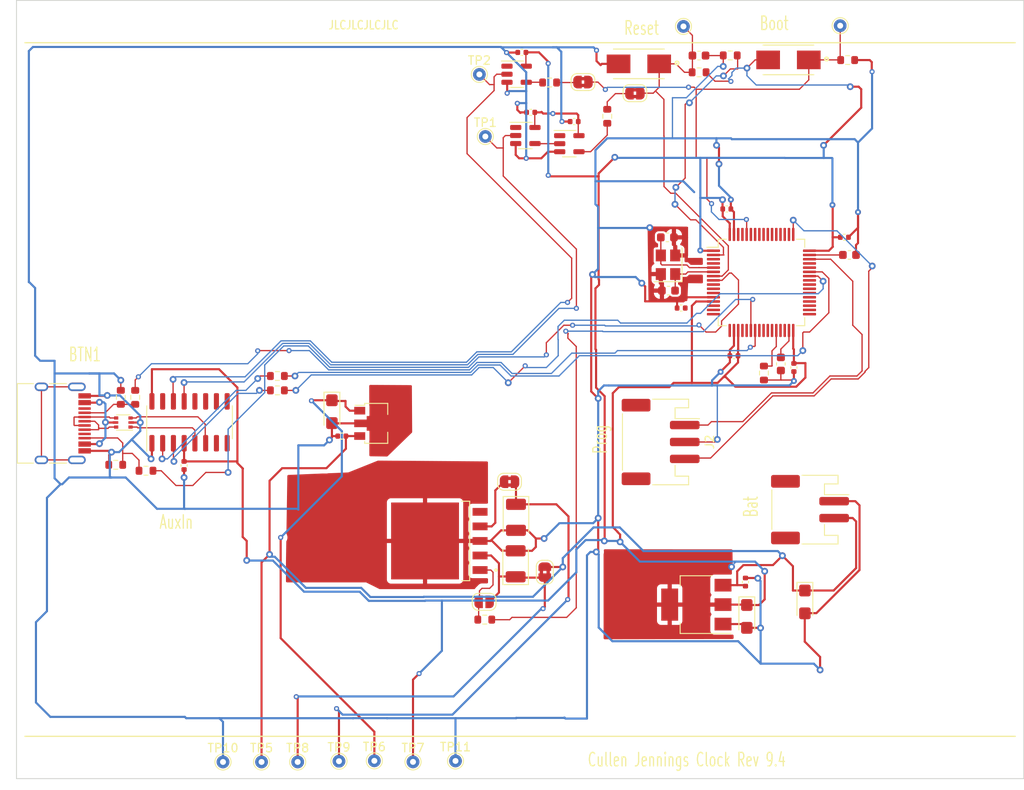
<source format=kicad_pcb>
(kicad_pcb (version 20221018) (generator pcbnew)
  (title_block (title "Clock") (date "2024-01-06") (rev "V9.4") (company "Cullen Jennings"))
  (layers (0 "F.Cu" signal) (31 "B.Cu" power) (34 "B.Paste" user) (35 "F.Paste" user) (36 "B.SilkS" user "B.Silkscreen") (37 "F.SilkS" user "F.Silkscreen") (38 "B.Mask" user) (39 "F.Mask" user) (44 "Edge.Cuts" user))
  (net 0 "")
  (net 1 "+3.3V")
  (net 2 "/PPS_OUT")
  (net 3 "/HSE_OUT")
  (net 4 "/HSE_IN")
  (net 5 "/AUX_GPS_PPS")
  (net 6 "/OSC_ADJ")
  (net 7 "/GPS_PPS")
  (net 8 "/AUX_SYNC_IN")
  (net 9 "/SYNC_IN")
  (net 10 "+3.3VA")
  (net 11 "/LED3")
  (net 12 "/AUD_OUT")
  (net 13 "Net-(U10-VCAP_1)")
  (net 14 "Net-(U10-VCAP_2)")
  (net 15 "/BOOT1")
  (net 16 "/NROW5")
  (net 17 "/LEDMR")
  (net 18 "/LEDMG")
  (net 19 "/LEDMY")
  (net 20 "GND")
  (net 21 "/NCOL10")
  (net 22 "/NROW1")
  (net 23 "/NROW2")
  (net 24 "/NROW3")
  (net 25 "/NROW4")
  (net 26 "/LED4")
  (net 27 "/LED1")
  (net 28 "/LED2")
  (net 29 "/SWDIO")
  (net 30 "/SWDCLK")
  (net 31 "/LED7")
  (net 32 "/LED8")
  (net 33 "/USB_RX")
  (net 34 "/USB_TX")
  (net 35 "/SCL")
  (net 36 "/AUD_IN")
  (net 37 "/LED9")
  (net 38 "/LED10")
  (net 39 "/DB3")
  (net 40 "/SDA")
  (net 41 "/NRST")
  (net 42 "/BOOT0")
  (net 43 "+5VA")
  (net 44 "+5V")
  (net 45 "/GPS_RX1")
  (net 46 "/GPS_TX1")
  (net 47 "/NCOL8")
  (net 48 "+6V")
  (net 49 "/NCOL7")
  (net 51 "/NCOL6")
  (net 52 "/NCOL5")
  (net 53 "/NCOL4")
  (net 54 "/NCOL3")
  (net 55 "/BTN1")
  (net 56 "/NCOL2")
  (net 57 "/NCOL1")
  (net 58 "/NCOL9")
  (net 59 "VBUS")
  (net 60 "Net-(J4-CC1)")
  (net 61 "Net-(J4-D+-PadA6)")
  (net 62 "Net-(J4-D--PadA7)")
  (net 64 "Net-(J4-CC2)")
  (net 66 "unconnected-(J4-SHIELD-PadS1)")
  (net 67 "Net-(U14-UD+)")
  (net 68 "Net-(U14-UD-)")
  (net 75 "/USB_DTR")
  (net 76 "/USB_RTS")
  (net 78 "Net-(JP1-A)")
  (net 79 "Net-(JP2-A)")
  (net 80 "Net-(R1-Pad1)")
  (net 81 "Net-(R2-Pad2)")
  (net 82 "Net-(JP4-A)")
  (net 83 "Net-(U14-TXD)")
  (net 84 "/MON_PPS")
  (net 85 "Net-(U14-RXD)")
  (net 86 "/AUX_MON_PPS")
  (net 87 "Net-(JP5-A)")
  (net 89 "Net-(U1-Pad4)")
  (net 92 "Net-(JP3-B)")
  (footprint "TestPoint:TestPoint_THTPad_D1.5mm_Drill0.7mm" (layer "F.Cu") (at 141.845962 128.020314)
    (fp_text reference "TP7")
    (fp_text value "~")
  )
  (footprint "Capacitor_Tantalum_SMD:CP_EIA-3528-21_Kemet-B" (layer "F.Cu") (at 153.97093 104.603704 90)
    (fp_text reference "C44" hide)
    (fp_text value "33u")
  )
  (footprint "Capacitor_SMD:C_0402_1005Metric" (layer "F.Cu") (at 155.752504 51.23248 180)
    (fp_text reference "C3" hide)
    (fp_text value "100n")
  )
  (footprint "Capacitor_SMD:C_0603_1608Metric" (layer "F.Cu") (at 172.029623 72.30405 180)
    (fp_text reference "C29" hide)
    (fp_text value "33p" hide)
  )
  (footprint "Capacitor_SMD:C_0402_1005Metric" (layer "F.Cu") (at 173.526407 74.366391 180)
    (fp_text reference "C30" hide)
    (fp_text value "100n")
  )
  (footprint "Resistor_SMD:R_0603_1608Metric" (layer "F.Cu") (at 193.198362 45.051223)
    (fp_text reference "R3" hide)
    (fp_text value "4K7")
  )
  (footprint "Resistor_SMD:R_0603_1608Metric" (layer "F.Cu") (at 157.983395 47.705046)
    (fp_text reference "R1" hide)
    (fp_text value "330R")
  )
  (footprint "blinky_footprints:SW_147873-2" (layer "F.Cu") (at 186.203645 45.031374 180)
    (fp_text reference "S1" hide)
    (fp_text value "147873-2")
  )
  (footprint "Package_TO_SOT_SMD:SOT-23-5" (layer "F.Cu") (at 154.087083 46.72498)
    (fp_text reference "U2" hide)
    (fp_text value "SN74LVC1G14DBV")
  )
  (footprint "Resistor_SMD:R_0603_1608Metric" (layer "F.Cu") (at 164.794684 51.697007 -90)
    (fp_text reference "R2" hide)
    (fp_text value "330R")
  )
  (footprint "Jumper:SolderJumper-2_P1.3mm_Open_RoundedPad1.0x1.5mm" (layer "F.Cu") (at 150.25 109.1)
    (fp_text reference "JP5" hide)
    (fp_text value "SolderJumper_2_Open")
  )
  (footprint "Crystal:Crystal_SMD_3225-4Pin_3.2x2.5mm" (layer "F.Cu") (at 171.976566 69.249152 90)
    (fp_text reference "Y2" hide)
    (fp_text value "16MHz " hide)
  )
  (footprint "TestPoint:TestPoint_THTPad_D1.5mm_Drill0.7mm" (layer "F.Cu") (at 150.392623 54.087426)
    (fp_text reference "TP1")
    (fp_text value "~")
  )
  (footprint "Package_TO_SOT_SMD:SOT-666" (layer "F.Cu") (at 107.625 87.9 180)
    (fp_text reference "U15" hide)
    (fp_text value "USBLC6-2P6")
  )
  (footprint "Connector_JST:JST_PH_S3B-PH-SM4-TB_1x03-1MP_P2.00mm_Horizontal" (layer "F.Cu") (at 171.1 90.2 -90)
    (fp_text reference "J2")
    (fp_text value "Conn_01x03")
  )
  (footprint "Resistor_SMD:R_0603_1608Metric" (layer "F.Cu") (at 175.64597 46.498058 180)
    (fp_text reference "R4" hide)
    (fp_text value "4K7")
  )
  (footprint "Capacitor_Tantalum_SMD:CP_EIA-3216-18_Kemet-A" (layer "F.Cu") (at 132.266903 86.620691 -90)
    (fp_text reference "C34" hide)
    (fp_text value "10u")
  )
  (footprint "Resistor_SMD:R_0603_1608Metric" (layer "F.Cu") (at 150.325 111.2)
    (fp_text reference "R69" hide)
    (fp_text value "1K0")
  )
  (footprint "Capacitor_Tantalum_SMD:CP_EIA-3216-18_Kemet-A" (layer "F.Cu") (at 181.283843 110.822275 -90)
    (fp_text reference "C41" hide)
    (fp_text value "10u")
  )
  (footprint "Connector_JST:JST_PH_S2B-PH-SM4-TB_1x02-1MP_P2.00mm_Horizontal" (layer "F.Cu") (at 188.75 98.2 -90)
    (fp_text reference "J8" hide)
    (fp_text value "Conn_01x02" hide)
  )
  (footprint "Capacitor_SMD:C_0402_1005Metric" (layer "F.Cu") (at 179.765254 80.00703 180)
    (fp_text reference "C32" hide)
    (fp_text value "100n")
  )
  (footprint "Capacitor_Tantalum_SMD:CP_EIA-3528-21_Kemet-B" (layer "F.Cu") (at 154.012691 99.107859 -90)
    (fp_text reference "C42" hide)
    (fp_text value "33u")
  )
  (footprint "TestPoint:TestPoint_THTPad_D1.5mm_Drill0.7mm" (layer "F.Cu") (at 123.951481 128.027747)
    (fp_text reference "TP5")
    (fp_text value "~")
  )
  (footprint "Capacitor_SMD:C_0603_1608Metric" (layer "F.Cu") (at 193.408514 68.08797 180)
    (fp_text reference "C40" hide)
    (fp_text value "2u2")
  )
  (footprint "MountingHole:MountingHole_2.2mm_M2" (layer "F.Cu") (at 196.8 40.6)
    (fp_text reference "H2" hide)
    (fp_text value "M2")
  )
  (footprint "Package_TO_SOT_SMD:SOT-23-5" (layer "F.Cu") (at 160.315019 54.935356)
    (fp_text reference "U3" hide)
    (fp_text value "SN74LVC1G14DBV")
  )
  (footprint "Jumper:SolderJumper-2_P1.3mm_Bridged2Bar_RoundedPad1.0x1.5mm" (layer "F.Cu") (at 168.065567 48.966281)
    (fp_text reference "JP2" hide)
    (fp_text value "SolderJumper_2_Bridged")
  )
  (footprint "Jumper:SolderJumper-2_P1.3mm_Bridged2Bar_RoundedPad1.0x1.5mm" (layer "F.Cu") (at 157.416525 105.587641 -90)
    (fp_text reference "JP3" hide)
    (fp_text value "SolderJumper_2_Bridged")
  )
  (footprint "Capacitor_Tantalum_SMD:CP_EIA-3216-18_Kemet-A" (layer "F.Cu") (at 188.145825 109.110244 -90)
    (fp_text reference "C43" hide)
    (fp_text value "10u")
  )
  (footprint "TestPoint:TestPoint_THTPad_D1.5mm_Drill0.7mm" (layer "F.Cu") (at 119.398364 128.029751)
    (fp_text reference "TP10")
    (fp_text value "~")
  )
  (footprint "Package_TO_SOT_SMD:SOT-223-3_TabPin2" (layer "F.Cu") (at 175.32153 109.427085 180)
    (fp_text reference "U11" hide)
    (fp_text value "AMS1117-3.3" hide)
  )
  (footprint "Capacitor_SMD:C_0402_1005Metric" (layer "F.Cu") (at 181.123859 106.761028 -90)
    (fp_text reference "C39" hide)
    (fp_text value "100n")
  )
  (footprint "Connector_USB:USB_C_Receptacle_HRO_TYPE-C-31-M-12" (layer "F.Cu") (at 99 88 -90)
    (fp_text reference "J4" hide)
    (fp_text value "USB_C_Receptacle")
  )
  (footprint "MountingHole:MountingHole_2.2mm_M2" (layer "F.Cu") (at 195.4 126.9)
    (fp_text reference "H3" hide)
    (fp_text value "M2")
  )
  (footprint "TestPoint:TestPoint_THTPad_D1.5mm_Drill0.7mm" (layer "F.Cu") (at 146.866051 127.908107)
    (fp_text reference "TP11")
    (fp_text value "~")
  )
  (footprint "Capacitor_SMD:C_0603_1608Metric" (layer "F.Cu") (at 175.632836 44.518252)
    (fp_text reference "C4" hide)
    (fp_text value "100n")
  )
  (footprint "TestPoint:TestPoint_THTPad_D1.5mm_Drill0.7mm" (layer "F.Cu") (at 192.31528 40.988438)
    (fp_text reference "TP3" hide)
    (fp_text value "~")
  )
  (footprint "Resistor_SMD:R_0603_1608Metric" (layer "F.Cu") (at 109.025 84.925 90)
    (fp_text reference "R39" hide)
    (fp_text value "1K0")
  )
  (footprint "Capacitor_SMD:C_0402_1005Metric" (layer "F.Cu") (at 160.887781 52.320219 180)
    (fp_text reference "C2" hide)
    (fp_text value "100n")
  )
  (footprint "Package_QFP:LQFP-64_10x10mm_P0.5mm" (layer "F.Cu") (at 183.015261 71.341385)
    (fp_text reference "U10" hide)
    (fp_text value "STM32F405RGTx" hide)
  )
  (footprint "Capacitor_SMD:C_0402_1005Metric" (layer "F.Cu") (at 178.918971 62.656294)
    (fp_text reference "C31" hide)
    (fp_text value "100n")
  )
  (footprint "Capacitor_SMD:C_0603_1608Metric" (layer "F.Cu") (at 171.898597 66.011953)
    (fp_text reference "C28" hide)
    (fp_text value "33p" hide)
  )
  (footprint "Resistor_SMD:R_0603_1608Metric" (layer "F.Cu") (at 110.3 93.6)
    (fp_text reference "R71" hide)
    (fp_text value "1K0")
  )
  (footprint "TestPoint:TestPoint_THTPad_D1.5mm_Drill0.7mm" (layer "F.Cu") (at 137.279968 127.893481)
    (fp_text reference "TP6")
    (fp_text value "~")
  )
  (footprint "blinky_footprints:DPAK172P1054X200-6N" (layer "F.Cu") (at 144.958532 101.9 180)
    (fp_text reference "U12" hide)
    (fp_text value "BA50DD0WHFP-TR")
  )
  (footprint "TestPoint:TestPoint_THTPad_D1.5mm_Drill0.7mm" (layer "F.Cu") (at 128.220954 128.027747)
    (fp_text reference "TP8")
    (fp_text value "~")
  )
  (footprint "Package_TO_SOT_SMD:SOT-89-3" (layer "F.Cu") (at 137.5 88)
    (fp_text reference "U9" hide)
    (fp_text value "L78L05_SOT89" hide)
  )
  (footprint "MountingHole:MountingHole_2.2mm_M2" (layer "F.Cu") (at 111.6 127.3)
    (fp_text reference "H4" hide)
    (fp_text value "M2")
  )
  (footprint "Resistor_SMD:R_0603_1608Metric" (layer "F.Cu") (at 179.325 44.5)
    (fp_text reference "R40" hide)
    (fp_text value "4K7")
  )
  (footprint "Capacitor_SMD:C_0603_1608Metric" (layer "F.Cu") (at 185.306869 80.975492 90)
    (fp_text reference "C35" hide)
    (fp_text value "2u2")
  )
  (footprint "Resistor_SMD:R_0603_1608Metric" (layer "F.Cu") (at 106.725 92.9)
    (fp_text reference "R37" hide)
    (fp_text value "5k1")
  )
  (footprint "Jumper:SolderJumper-2_P1.3mm_Bridged2Bar_RoundedPad1.0x1.5mm" (layer "F.Cu") (at 153.25 94.9)
    (fp_text reference "JP4" hide)
    (fp_text value "SolderJumper_2_Bridged")
  )
  (footprint "TestPoint:TestPoint_THTPad_D1.5mm_Drill0.7mm" (layer "F.Cu") (at 133.100351 127.940615)
    (fp_text reference "TP9")
    (fp_text value "~")
  )
  (footprint "TestPoint:TestPoint_THTPad_D1.5mm_Drill0.7mm" (layer "F.Cu") (at 149.68759 46.748629)
    (fp_text reference "TP2")
    (fp_text value "~")
  )
  (footprint "Resistor_SMD:R_0603_1608Metric" (layer "F.Cu") (at 183.306125 82.05023 90)
    (fp_text reference "R32" hide)
    (fp_text value "4K7")
  )
  (footprint "Package_SO:SOIC-16_3.9x9.9mm_P1.27mm" (layer "F.Cu") (at 115.445 87.875 90)
    (fp_text reference "U14" hide)
    (fp_text value "CH340C")
  )
  (footprint "Capacitor_SMD:C_0402_1005Metric" (layer "F.Cu") (at 114.8 92.98 -90)
    (fp_text reference "C50" hide)
    (fp_text value "100n")
  )
  (footprint "Package_TO_SOT_SMD:SOT-23-5" (layer "F.Cu") (at 155.118209 53.970074)
    (fp_text reference "U1" hide)
    (fp_text value "SN74LVC1G14DBV")
  )
  (footprint "blinky_footprints:SW_147873-2" (layer "F.Cu") (at 168.530935 45.500161 180)
    (fp_text reference "S2" hide)
    (fp_text value "147873-2")
  )
  (footprint "TestPoint:TestPoint_THTPad_D1.5mm_Drill0.7mm" (layer "F.Cu") (at 173.797564 41.07381)
    (fp_text reference "TP4" hide)
    (fp_text value "~")
  )
  (footprint "Capacitor_SMD:C_0402_1005Metric" (layer "F.Cu") (at 186.844757 81.396838 -90)
    (fp_text reference "C36" hide)
    (fp_text value "100n")
  )
  (footprint "Capacitor_SMD:C_0402_1005Metric" (layer "F.Cu") (at 133.436234 89.505715)
    (fp_text reference "C33" hide)
    (fp_text value "100n")
  )
  (footprint "MountingHole:MountingHole_2.2mm_M2" (layer "F.Cu") (at 124.7 41.4)
    (fp_text reference "H1" hide)
    (fp_text value "M2")
  )
  (footprint "Resistor_SMD:R_0603_1608Metric" (layer "F.Cu") (at 107.325 84.925 -90)
    (fp_text reference "R38" hide)
    (fp_text value "5k1")
  )
  (footprint "Capacitor_SMD:C_0402_1005Metric" (layer "F.Cu") (at 192.813045 65.999424)
    (fp_text reference "C38" hide)
    (fp_text value "100n")
  )
  (footprint "Capacitor_SMD:C_0402_1005Metric" (layer "F.Cu") (at 154.705588 44.147446 180)
    (fp_text reference "C1" hide)
    (fp_text value "100n")
  )
  (footprint "Resistor_SMD:R_0603_1608Metric" (layer "F.Cu") (at 125.825 84.1 180)
    (fp_text reference "R55" hide)
    (fp_text value "1K0")
  )
  (footprint "Resistor_SMD:R_0603_1608Metric" (layer "F.Cu") (at 125.825 82.4)
    (fp_text reference "R51" hide)
    (fp_text value "1K0")
  )
  (footprint "Jumper:SolderJumper-2_P1.3mm_Bridged2Bar_RoundedPad1.0x1.5mm" (layer "F.Cu") (at 161.926175 47.652131)
    (fp_text reference "JP1" hide)
    (fp_text value "SolderJumper_2_Bridged")
  )
  (gr_line (start 96 43) (end 213 43) (stroke (width 0.15)) (layer "F.SilkS"))
  (gr_line (start 96 125) (end 213 125) (stroke (width 0.15)) (layer "F.SilkS"))
  (gr_line (start 214 130) (end 95 130) (stroke (width 0.1)) (layer "Edge.Cuts"))
  (gr_line (start 95 38) (end 214 38) (stroke (width 0.1)) (layer "Edge.Cuts"))
  (gr_line (start 214 38) (end 214 130) (stroke (width 0.1)) (layer "Edge.Cuts"))
  (gr_line (start 95 38) (end 95 130) (stroke (width 0.1)) (layer "Edge.Cuts"))
  (gr_text "Cullen Jennings Clock Rev 9.4\n" (at 162.4 128.7) (layer "F.SilkS") (effects (font (size 1.6 1)) (justify left bottom)))
  (gr_text "Prog" (at 164.9 91.7 90) (layer "F.SilkS") (effects (font (size 1.6 1)) (justify left bottom)))
  (gr_text "JLCJLCJLCJLC" (at 131.8 41.5) (layer "F.SilkS") (effects (font (size 1 0.8)) (justify left bottom)))
  (gr_text "Bat" (at 182.7 99.2 90) (layer "F.SilkS") (effects (font (size 1.6 1)) (justify left bottom)))
  (gr_text "BTN1" (at 101.1 80.8) (layer "F.SilkS") (effects (font (size 1.6 1)) (justify left bottom)))
  (gr_text "Reset" (at 166.7 42.2) (layer "F.SilkS") (effects (font (size 1.6 1)) (justify left bottom)))
  (gr_text "AuxIn" (at 111.8 100.6) (layer "F.SilkS") (effects (font (size 1.6 1)) (justify left bottom)))
  (gr_text "Boot" (at 182.731826 41.643422) (layer "F.SilkS") (effects (font (size 1.6 1)) (justify left bottom)))
  (segment (start 111 81.6) (end 118.934314 81.6) (width 0.25) (layer "F.Cu") (net 1))
  (segment (start 156.972949 51.23248) (end 156.232504 51.23248) (width 0.25) (layer "F.Cu") (net 1))
  (segment (start 121.725 93.375) (end 121.75 93.35) (width 0.25) (layer "F.Cu") (net 1))
  (segment (start 156.724062 44.139556) (end 155.193478 44.139556) (width 0.25) (layer "F.Cu") (net 1))
  (segment (start 165.45 84.433446) (end 166.162648 83.720798) (width 0.25) (layer "F.Cu") (net 1))
  (segment (start 166.316138 101.146936) (end 166.011548 100.842346) (width 0.25) (layer "F.Cu") (net 1))
  (segment (start 178.47153 109.427085) (end 181.238653 109.427085) (width 0.25) (layer "F.Cu") (net 1))
  (segment (start 191.440403 67.127409) (end 191.429598 67.116604) (width 0.25) (layer "F.Cu") (net 1))
  (segment (start 164.489994 101.860181) (end 164.489994 84.789994) (width 0.25) (layer "F.Cu") (net 1))
  (segment (start 118.934314 81.6) (end 121.1 83.765686) (width 0.25) (layer "F.Cu") (net 1))
  (segment (start 178.415626 62.632949) (end 178.438971 62.656294) (width 0.25) (layer "F.Cu") (net 1))
  (segment (start 163.82315 71.025469) (end 163.774086 70.976405) (width 0.25) (layer "F.Cu") (net 1))
  (segment (start 179.936157 83.665263) (end 187.124352 83.665263) (width 0.25) (layer "F.Cu") (net 1))
  (segment (start 182.720196 109.478893) (end 183.395576 108.803513) (width 0.25) (layer "F.Cu") (net 1))
  (segment (start 174.793676 74.103673) (end 174.793676 83.214572) (width 0.25) (layer "F.Cu") (net 1))
  (segment (start 163.4 79.225109) (end 163.4 72.049229) (width 0.25) (layer "F.Cu") (net 1))
  (segment (start 174.793676 83.214572) (end 177.838338 83.214572) (width 0.25) (layer "F.Cu") (net 1))
  (segment (start 177.520968 47.548056) (end 179.380031 47.548056) (width 0.15) (layer "F.Cu") (net 1))
  (segment (start 191.44315 65.999424) (end 191.429598 65.985872) (width 0.25) (layer "F.Cu") (net 1))
  (segment (start 178.545204 82.507706) (end 180.245254 80.807656) (width 0.25) (layer "F.Cu") (net 1))
  (segment (start 194.8 50.683257) (end 190.35607 55.127187) (width 0.25) (layer "F.Cu") (net 1))
  (segment (start 178.438971 62.656294) (end 178.438971 63.526484) (width 0.25) (layer "F.Cu") (net 1))
  (segment (start 161.183492 51.374441) (end 161.367781 51.55873) (width 0.25) (layer "F.Cu") (net 1))
  (segment (start 157.816597 45.232091) (end 156.724062 44.139556) (width 0.25) (layer "F.Cu") (net 1))
  (segment (start 175.305964 73.591385) (end 174.793676 74.103673) (width 0.25) (layer "F.Cu") (net 1))
  (segment (start 163.774086 58.801414) (end 157.951422 58.801414) (width 0.25) (layer "F.Cu") (net 1))
  (segment (start 191.398543 62.17941) (end 191.429598 62.210465) (width 0.25) (layer "F.Cu") (net 1))
  (segment (start 188.690261 67.591385) (end 190.976427 67.591385) (width 0.25) (layer "F.Cu") (net 1))
  (segment (start 180.265261 77.016385) (end 180.265261 79.232063) (width 0.25) (layer "F.Cu") (net 1))
  (segment (start 187.124352 83.665263) (end 188.206847 82.582768) (width 0.25) (layer "F.Cu") (net 1))
  (segment (start 188.206847 82.582768) (end 188.206847 80.879475) (width 0.25) (layer "F.Cu") (net 1))
  (segment (start 166.011548 100.842346) (end 166.011548 100.815818) (width 0.25) (layer "F.Cu") (net 1))
  (segment (start 188.206847 80.879475) (end 186.88212 80.879475) (width 0.25) (layer "F.Cu") (net 1))
  (segment (start 176.47097 46.498058) (end 177.520968 47.548056) (width 0.15) (layer "F.Cu") (net 1))
  (segment (start 179.380031 47.548056) (end 179.401088 47.569113) (width 0.15) (layer "F.Cu") (net 1))
  (segment (start 121.1 92.6) (end 121.1 83.765686) (width 0.25) (layer "F.Cu") (net 1))
  (segment (start 121.1 92.7) (end 121.75 93.35) (width 0.25) (layer "F.Cu") (net 1))
  (segment (start 121.725 101.425) (end 121.725 93.375) (width 0.25) (layer "F.Cu") (net 1))
  (segment (start 114.8 92.5) (end 121 92.5) (width 0.25) (layer "F.Cu") (net 1))
  (segment (start 163.82315 71.626079) (end 163.82315 71.025469) (width 0.25) (layer "F.Cu") (net 1))
  (segment (start 157.816597 45.450598) (end 157.816597 45.232091) (width 0.25) (layer "F.Cu") (net 1))
  (segment (start 186.88212 80.879475) (end 186.844757 80.916838) (width 0.25) (layer "F.Cu") (net 1))
  (segment (start 181.283843 109.472275) (end 181.290461 109.478893) (width 0.25) (layer "F.Cu") (net 1))
  (segment (start 164.489994 84.789994) (end 163.475 83.775) (width 0.25) (layer "F.Cu") (net 1))
  (segment (start 155.185588 44.147446) (end 155.185588 45.735985) (width 0.15) (layer "F.Cu") (net 1))
  (segment (start 161.367781 52.320219) (end 161.367781 53.900618) (width 0.15) (layer "F.Cu") (net 1))
  (segment (start 166.316138 102.009896) (end 166.316138 101.146936) (width 0.25) (layer "F.Cu") (net 1))
  (segment (start 142.565248 117.581718) (end 141.845962 118.301004) (width 0.25) (layer "F.Cu") (net 1))
  (segment (start 181.238653 109.427085) (end 181.283843 109.472275) (width 0.25) (layer "F.Cu") (net 1))
  (segment (start 172.125904 83.720798) (end 172.63213 83.214572) (width 0.25) (layer "F.Cu") (net 1))
  (segment (start 164.450175 101.9) (end 164.489994 101.860181) (width 0.25) (layer "F.Cu") (net 1))
  (segment (start 194.5 48.2) (end 193.5 48.2) (width 0.25) (layer "F.Cu") (net 1))
  (segment (start 180.245254 79.25207) (end 180.265261 79.232063) (width 0.25) (layer "F.Cu") (net 1))
  (segment (start 178.438971 63.526484) (end 179.275718 64.363231) (width 0.25) (layer "F.Cu") (net 1))
  (segment (start 180.245254 80.00703) (end 180.245254 79.25207) (width 0.25) (layer "F.Cu") (net 1))
  (segment (start 158.370086 51.374441) (end 157.228174 51.374441) (width 0.25) (layer "F.Cu") (net 1))
  (segment (start 183.395576 105.481732) (end 183.395576 108.803513) (width 0.25) (layer "F.Cu") (net 1))
  (segment (start 172.17153 109.427085) (end 178.47153 109.427085) (width 0.25) (layer "F.Cu") (net 1))
  (segment (start 175.826246 67.591385) (end 175.791979 67.557118) (width 0.25) (layer "F.Cu") (net 1))
  (segment (start 161.367781 53.900618) (end 161.452519 53.985356) (width 0.15) (layer "F.Cu") (net 1))
  (segment (start 122.2 101.9) (end 121.725 101.425) (width 0.25) (layer "F.Cu") (net 1))
  (segment (start 157.951422 58.801414) (end 157.823955 58.673947) (width 0.25) (layer "F.Cu") (net 1))
  (segment (start 190.976427 67.591385) (end 191.440403 67.127409) (width 0.25) (layer "F.Cu") (net 1))
  (segment (start 177.838338 83.214572) (end 178.545204 82.507706) (width 0.25) (layer "F.Cu") (net 1))
  (segment (start 194.8 48.5) (end 194.8 50.683257) (width 0.25) (layer "F.Cu") (net 1))
  (segment (start 163.475 79.300109) (end 163.4 79.225109) (width 0.25) (layer "F.Cu") (net 1))
  (segment (start 191.429598 62.210465) (end 191.429598 65.985872) (width 0.25) (layer "F.Cu") (net 1))
  (segment (start 191.429598 65.985872) (end 191.429598 67.116604) (width 0.25) (layer "F.Cu") (net 1))
  (segment (start 179.275718 64.363231) (end 179.265261 64.373688) (width 0.25) (layer "F.Cu") (net 1))
  (segment (start 163.774086 58.801414) (end 163.774086 58.454982) (width 0.25) (layer "F.Cu") (net 1))
  (segment (start 163.4 72.049229) (end 163.82315 71.626079) (width 0.25) (layer "F.Cu") (net 1))
  (segment (start 175.305964 73.591385) (end 177.340261 73.591385) (width 0.25) (layer "F.Cu") (net 1))
  (segment (start 156.232504 52.996869) (end 156.255709 53.020074) (width 0.15) (layer "F.Cu") (net 1))
  (segment (start 111 85.4) (end 111 81.6) (width 0.25) (layer "F.Cu") (net 1))
  (segment (start 181.290461 109.478893) (end 182.720196 109.478893) (width 0.25) (layer "F.Cu") (net 1))
  (segment (start 177.340261 67.591385) (end 175.826246 67.591385) (width 0.25) (layer "F.Cu") (net 1))
  (segment (start 157.029581 51.175848) (end 156.972949 51.23248) (width 0.25) (layer "F.Cu") (net 1))
  (segment (start 166.162648 83.720798) (end 172.125904 83.720798) (width 0.25) (layer "F.Cu") (net 1))
  (segment (start 157.228174 51.374441) (end 157.029581 51.175848) (width 0.25) (layer "F.Cu") (net 1))
  (segment (start 163.475 83.775) (end 163.475 79.300109) (width 0.25) (layer "F.Cu") (net 1))
  (segment (start 182.268626 45.031374) (end 181.3 46) (width 0.15) (layer "F.Cu") (net 1))
  (segment (start 186.844757 79.250895) (end 186.844757 80.621838) (width 0.25) (layer "F.Cu") (net 1))
  (segment (start 192.333045 65.999424) (end 191.44315 65.999424) (width 0.25) (layer "F.Cu") (net 1))
  (segment (start 156.232504 51.23248) (end 156.232504 52.996869) (width 0.15) (layer "F.Cu") (net 1))
  (segment (start 194.8 48.5) (end 194.5 48.2) (width 0.25) (layer "F.Cu") (net 1))
  (segment (start 141.845962 118.301004) (end 141.845962 128.020314) (width 0.25) (layer "F.Cu") (net 1))
  (segment (start 121 92.5) (end 121.1 92.6) (width 0.25) (layer "F.Cu") (net 1))
  (segment (start 166.011548 100.815818) (end 165.45 100.25427) (width 0.25) (layer "F.Cu") (net 1))
  (segment (start 186.765261 79.171399) (end 186.844757 79.250895) (width 0.25) (layer "F.Cu") (net 1))
  (segment (start 178.7786 82.507706) (end 179.936157 83.665263) (width 0.25) (layer "F.Cu") (net 1))
  (segment (start 114.8 92.5) (end 114.8 90.36) (width 0.25) (layer "F.Cu") (net 1))
  (segment (start 114.8 90.36) (end 114.81 90.35) (width 0.25) (layer "F.Cu") (net 1))
  (segment (start 163.774086 58.454982) (end 165.688041 56.541027) (width 0.25) (layer "F.Cu") (net 1))
  (segment (start 121.1 92.6) (end 121.1 92.7) (width 0.25) (layer "F.Cu") (net 1))
  (segment (start 155.185588 45.735985) (end 155.224583 45.77498) (width 0.15) (layer "F.Cu") (net 1))
  (segment (start 158.370086 51.374441) (end 161.183492 51.374441) (width 0.25) (layer "F.Cu") (net 1))
  (segment (start 122.2 104.2) (end 122.2 101.9) (width 0.25) (layer "F.Cu") (net 1))
  (segment (start 178.415626 61.557487) (end 178.415626 62.632949) (width 0.25) (layer "F.Cu") (net 1))
  (segment (start 163.774086 70.976405) (end 163.774086 58.801414) (width 0.25) (layer "F.Cu") (net 1))
  (segment (start 186.765261 77.016385) (end 186.765261 79.171399) (width 0.25) (layer "F.Cu") (net 1))
  (segment (start 178.545204 82.507706) (end 178.7786 82.507706) (width 0.25) (layer "F.Cu") (net 1))
  (segment (start 179.265261 64.373688) (end 179.265261 65.666385) (width 0.25) (layer "F.Cu") (net 1))
  (segment (start 180.245254 80.807656) (end 180.245254 80.00703) (width 0.25) (layer "F.Cu") (net 1))
  (segment (start 165.45 100.25427) (end 165.45 84.433446) (width 0.25) (layer "F.Cu") (net 1))
  (segment (start 172.63213 83.214572) (end 174.793676 83.214572) (width 0.25) (layer "F.Cu") (net 1))
  (segment (start 183.803645 45.031374) (end 182.268626 45.031374) (width 0.15) (layer "F.Cu") (net 1))
  (segment (start 161.367781 51.55873) (end 161.367781 52.320219) (width 0.25) (layer "F.Cu") (net 1))
  (segment (start 155.193478 44.139556) (end 155.185588 44.147446) (width 0.25) (layer "F.Cu") (net 1))
  (via (at 181.3 46) (size 0.8) (drill 0.4) (layers "F.Cu" "B.Cu") (net 1))
  (via (at 179.401088 47.569113) (size 0.6) (drill 0.3) (layers "F.Cu" "B.Cu") (net 1))
  (via (at 165.688041 56.541027) (size 0.8) (drill 0.4) (layers "F.Cu" "B.Cu") (net 1))
  (via (at 193.5 48.2) (size 0.8) (drill 0.4) (layers "F.Cu" "B.Cu") (net 1))
  (via (at 142.565248 117.581718) (size 0.6) (drill 0.3) (layers "F.Cu" "B.Cu") (net 1))
  (via (at 191.398543 62.17941) (size 0.7) (drill 0.3) (layers "F.Cu" "B.Cu") (net 1))
  (via (at 157.823955 58.673947) (size 0.6) (drill 0.3) (layers "F.Cu" "B.Cu") (net 1))
  (via (at 190.35607 55.127187) (size 0.8) (drill 0.4) (layers "F.Cu" "B.Cu") (net 1))
  (via (at 166.316138 102.009896) (size 0.8) (drill 0.4) (layers "F.Cu" "B.Cu") (net 1))
  (via (at 178.415626 61.557487) (size 0.8) (drill 0.4) (layers "F.Cu" "B.Cu") (net 1))
  (via (at 175.791979 67.557118) (size 0.7) (drill 0.3) (layers "F.Cu" "B.Cu") (net 1))
  (via (at 164.450175 101.9) (size 0.8) (drill 0.4) (layers "F.Cu" "B.Cu") (net 1))
  (via (at 157.816597 45.450598) (size 0.6) (drill 0.3) (layers "F.Cu" "B.Cu") (net 1))
  (via (at 122.2 104.2) (size 0.8) (drill 0.4) (layers "F.Cu" "B.Cu") (net 1))
  (via (at 183.395576 105.481732) (size 0.8) (drill 0.4) (layers "F.Cu" "B.Cu") (net 1))
  (via (at 179.475725 104.950491) (size 0.8) (drill 0.4) (layers "F.Cu" "B.Cu") (net 1))
  (via (at 158.370086 51.374441) (size 0.6) (drill 0.3) (layers "F.Cu" "B.Cu") (net 1))
  (segment (start 164.350175 101.8) (end 164.450175 101.9) (width 0.25) (layer "B.Cu") (net 1))
  (segment (start 185.782195 56.622623) (end 190.369603 56.622623) (width 0.25) (layer "B.Cu") (net 1))
  (segment (start 128.968499 107.9) (end 135.541265 107.9) (width 0.25) (layer "B.Cu") (net 1))
  (segment (start 179.401088 47.569113) (end 179.115988 47.284013) (width 0.15) (layer "B.Cu") (net 1))
  (segment (start 181.3 46) (end 181.3 46.9) (width 0.15) (layer "B.Cu") (net 1))
  (segment (start 157.823955 45.457956) (end 157.816597 45.450598) (width 0.25) (layer "B.Cu") (net 1))
  (segment (start 179.115988 47.284013) (end 179.115987 47.284013) (width 0.15) (layer "B.Cu") (net 1))
  (segment (start 143.286396 108.982352) (end 143.318748 108.95) (width 0.25) (layer "B.Cu") (net 1))
  (segment (start 191.398543 56.679596) (end 191.34157 56.622623) (width 0.25) (layer "B.Cu") (net 1))
  (segment (start 136.623617 108.982352) (end 143.286396 108.982352) (width 0.25) (layer "B.Cu") (net 1))
  (segment (start 145.259951 108.95) (end 157.801761 108.95) (width 0.25) (layer "B.Cu") (net 1))
  (segment (start 157.823955 51.357892) (end 158.353537 51.357892) (width 0.25) (layer "B.Cu") (net 1))
  (segment (start 168.648066 104.341824) (end 166.316138 102.009896) (width 0.25) (layer "B.Cu") (net 1))
  (segment (start 185.771247 56.611675) (end 185.782195 56.622623) (width 0.25) (layer "B.Cu") (net 1))
  (segment (start 157.801761 108.95) (end 161.14202 105.609741) (width 0.25) (layer "B.Cu") (net 1))
  (segment (start 175.791979 56.611675) (end 185.771247 56.611675) (width 0.25) (layer "B.Cu") (net 1))
  (segment (start 164.450175 101.9) (end 166.206242 101.9) (width 0.25) (layer "B.Cu") (net 1))
  (segment (start 179.475725 104.950491) (end 179.475725 104.892931) (width 0.15) (layer "B.Cu") (net 1))
  (segment (start 145.259951 114.887015) (end 145.259951 108.95) (width 0.25) (layer "B.Cu") (net 1))
  (segment (start 142.565248 117.581718) (end 145.259951 114.887015) (width 0.25) (layer "B.Cu") (net 1))
  (segment (start 122.217312 104.217312) (end 125.285811 104.217312) (width 0.25) (layer "B.Cu") (net 1))
  (segment (start 183.395576 105.481732) (end 182.255668 104.341824) (width 0.25) (layer "B.Cu") (net 1))
  (segment (start 193.3 48) (end 193.5 48.2) (width 0.15) (layer "B.Cu") (net 1))
  (segment (start 161.14202 105.609741) (end 161.14202 102.898425) (width 0.25) (layer "B.Cu") (net 1))
  (segment (start 157.823955 58.673947) (end 157.823955 51.357892) (width 0.25) (layer "B.Cu") (net 1))
  (segment (start 175.791979 67.557118) (end 175.791979 61.33935) (width 0.25) (layer "B.Cu") (net 1))
  (segment (start 175.791979 61.33935) (end 175.791979 56.611675) (width 0.25) (layer "B.Cu") (net 1))
  (segment (start 143.318748 108.95) (end 145.259951 108.95) (width 0.25) (layer "B.Cu") (net 1))
  (segment (start 162.240445 101.8) (end 164.350175 101.8) (width 0.25) (layer "B.Cu") (net 1))
  (segment (start 168.648066 104.341824) (end 180.026832 104.341824) (width 0.25) (layer "B.Cu") (net 1))
  (segment (start 125.285811 104.217312) (end 128.968499 107.9) (width 0.25) (layer "B.Cu") (net 1))
  (segment (start 135.541265 107.9) (end 136.623617 108.982352) (width 0.25) (layer "B.Cu") (net 1))
  (segment (start 182.4 48) (end 193.3 48) (width 0.15) (layer "B.Cu") (net 1))
  (segment (start 178.207359 61.34922) (end 175.801849 61.34922) (width 0.25) (layer "B.Cu") (net 1))
  (segment (start 166.206242 101.9) (end 166.316138 102.009896) (width 0.25) (layer "B.Cu") (net 1))
  (segment (start 191.34157 56.622623) (end 190.369603 56.622623) (width 0.25) (layer "B.Cu") (net 1))
  (segment (start 179.475725 104.892931) (end 180.026832 104.341824) (width 0.15) (layer "B.Cu") (net 1))
  (segment (start 181.3 46) (end 180.045405 46) (width 0.15) (layer "B.Cu") (net 1))
  (segment (start 179.525 46.875) (end 179.115987 47.284013) (width 0.15) (layer "B.Cu") (net 1))
  (segment (start 161.14202 102.898425) (end 162.240445 101.8) (width 0.25) (layer "B.Cu") (net 1))
  (segment (start 179.525 46.520405) (end 179.525 46.875) (width 0.15) (layer "B.Cu") (net 1))
  (segment (start 165.758689 56.611675) (end 165.688041 56.541027) (width 0.25) (layer "B.Cu") (net 1))
  (segment (start 175.801849 61.34922) (end 175.791979 61.33935) (width 0.25) (layer "B.Cu") (net 1))
  (segment (start 190.369603 55.14072) (end 190.35607 55.127187) (width 0.25) (layer "B.Cu") (net 1))
  (segment (start 180.045405 46) (end 179.525 46.520405) (width 0.15) (layer "B.Cu") (net 1))
  (segment (start 157.823955 51.357892) (end 157.823955 45.457956) (width 0.25) (layer "B.Cu") (net 1))
  (segment (start 158.353537 51.357892) (end 158.370086 51.374441) (width 0.25) (layer "B.Cu") (net 1))
  (segment (start 181.3 46.9) (end 182.4 48) (width 0.15) (layer "B.Cu") (net 1))
  (segment (start 165.758689 56.611675) (end 175.791979 56.611675) (width 0.25) (layer "B.Cu") (net 1))
  (segment (start 178.415626 61.557487) (end 178.207359 61.34922) (width 0.25) (layer "B.Cu") (net 1))
  (segment (start 191.398543 62.17941) (end 191.398543 56.679596) (width 0.25) (layer "B.Cu") (net 1))
  (segment (start 122.2 104.2) (end 122.217312 104.217312) (width 0.25) (layer "B.Cu") (net 1))
  (segment (start 182.255668 104.341824) (end 180.026832 104.341824) (width 0.25) (layer "B.Cu") (net 1))
  (segment (start 190.369603 56.622623) (end 190.369603 55.14072) (width 0.25) (layer "B.Cu") (net 1))
  (segment (start 174.329035 70.091385) (end 177.340261 70.091385) (width 0.15) (layer "F.Cu") (net 3))
  (segment (start 174.071268 70.349152) (end 174.329035 70.091385) (width 0.15) (layer "F.Cu") (net 3))
  (segment (start 172.826566 70.349152) (end 174.071268 70.349152) (width 0.15) (layer "F.Cu") (net 3))
  (segment (start 172.826566 72.282107) (end 172.804623 72.30405) (width 0.15) (layer "F.Cu") (net 3))
  (segment (start 172.826566 70.349152) (end 172.826566 72.282107) (width 0.15) (layer "F.Cu") (net 3))
  (segment (start 174.191558 69.272459) (end 174.511053 69.591954) (width 0.15) (layer "F.Cu") (net 4))
  (segment (start 175.624378 69.591954) (end 175.624947 69.591385) (width 0.15) (layer "F.Cu") (net 4))
  (segment (start 171.126566 68.149152) (end 171.126566 69.134367) (width 0.15) (layer "F.Cu") (net 4))
  (segment (start 175.624947 69.591385) (end 177.340261 69.591385) (width 0.15) (layer "F.Cu") (net 4))
  (segment (start 171.126566 69.134367) (end 171.264658 69.272459) (width 0.15) (layer "F.Cu") (net 4))
  (segment (start 171.126566 66.014922) (end 171.123597 66.011953) (width 0.15) (layer "F.Cu") (net 4))
  (segment (start 171.264658 69.272459) (end 174.191558 69.272459) (width 0.15) (layer "F.Cu") (net 4))
  (segment (start 174.511053 69.591954) (end 175.624378 69.591954) (width 0.15) (layer "F.Cu") (net 4))
  (segment (start 171.126566 68.149152) (end 171.126566 66.014922) (width 0.15) (layer "F.Cu") (net 4))
  (segment (start 186.265261 78.259673) (end 186.265261 77.016385) (width 0.15) (layer "F.Cu") (net 13))
  (segment (start 185.306869 80.200492) (end 185.306869 79.218065) (width 0.15) (layer "F.Cu") (net 13))
  (segment (start 185.306869 79.218065) (end 186.265261 78.259673) (width 0.15) (layer "F.Cu") (net 13))
  (segment (start 192.630099 68.091385) (end 192.633514 68.08797) (width 0.15) (layer "F.Cu") (net 14))
  (segment (start 188.690261 68.091385) (end 192.630099 68.091385) (width 0.15) (layer "F.Cu") (net 14))
  (segment (start 184.765261 78.920454) (end 184.259347 79.426368) (width 0.15) (layer "F.Cu") (net 15))
  (segment (start 184.240085 81.22523) (end 183.306125 81.22523) (width 0.15) (layer "F.Cu") (net 15))
  (segment (start 184.259347 81.177264) (end 184.273699 81.191616) (width 0.15) (layer "F.Cu") (net 15))
  (segment (start 184.273699 81.191616) (end 184.240085 81.22523) (width 0.15) (layer "F.Cu") (net 15))
  (segment (start 184.765261 77.016385) (end 184.765261 78.920454) (width 0.15) (layer "F.Cu") (net 15))
  (segment (start 184.259347 79.426368) (end 184.259347 81.177264) (width 0.15) (layer "F.Cu") (net 15))
  (segment (start 171.254623 72.30405) (end 171.173628 72.223055) (width 0.15) (layer "F.Cu") (net 20))
  (segment (start 168.876944 71.423056) (end 169.274207 71.820319) (width 0.25) (layer "F.Cu") (net 20))
  (segment (start 162.9 70.549586) (end 163.049586 70.4) (width 0.25) (layer "F.Cu") (net 20))
  (segment (start 155.392597 100.645359) (end 156.359158 101.61192) (width 0.25) (layer "F.Cu") (net 20))
  (segment (start 179.285254 80.00703) (end 179.285254 79.30449) (width 0.25) (layer "F.Cu") (net 20))
  (segment (start 188.171129 110.43494) (end 189.502872 110.43494) (width 0.25) (layer "F.Cu") (net 20))
  (segment (start 163.526416 45.160646) (end 164.011816 45.646046) (width 0.25) (layer "F.Cu") (net 20))
  (segment (start 132.266903 89.672982) (end 131.974218 89.965667) (width 0.25) (layer "F.Cu") (net 20))
  (segment (start 169.760366 72.223055) (end 169.760366 70.341383) (width 0.15) (layer "F.Cu") (net 20))
  (segment (start 196.04577 45.291866) (end 196.04577 46.389693) (width 0.25) (layer "F.Cu") (net 20))
  (segment (start 193.8 97.2) (end 190.6 97.2) (width 0.25) (layer "F.Cu") (net 20))
  (segment (start 169.775 64.820497) (end 169.816388 64.861885) (width 0.15) (layer "F.Cu") (net 20))
  (segment (start 174.278741 73.091385) (end 173.794496 73.57563) (width 0.25) (layer "F.Cu") (net 20))
  (segment (start 179.765261 65.666385) (end 179.765261 63.022584) (width 0.25) (layer "F.Cu") (net 20))
  (segment (start 188.145825 110.460244) (end 188.130276 110.475793) (width 0.25) (layer "F.Cu") (net 20))
  (segment (start 194.1 97.2) (end 193.8 97.2) (width 0.25) (layer "F.Cu") (net 20))
  (segment (start 178.188698 81.910323) (end 178.188698 81.889518) (width 0.25) (layer "F.Cu") (net 20))
  (segment (start 105.675 84.75) (end 105.725 84.7) (width 0.25) (layer "F.Cu") (net 20))
  (segment (start 164.011816 45.646046) (end 164.157701 45.500161) (width 0.25) (layer "F.Cu") (net 20))
  (segment (start 164.157701 45.500161) (end 166.130935 45.500161) (width 0.25) (layer "F.Cu") (net 20))
  (segment (start 152.895222 44.164182) (end 154.208852 44.164182) (width 0.25) (layer "F.Cu") (net 20))
  (segment (start 111 92.1) (end 110.9 92.2) (width 0.25) (layer "F.Cu") (net 20))
  (segment (start 163.725675 85.05) (end 162.9 84.224325) (width 0.25) (layer "F.Cu") (net 20))
  (segment (start 169.760366 64.917907) (end 169.816388 64.861885) (width 0.15) (layer "F.Cu") (net 20))
  (segment (start 183.306125 82.87523) (end 185.339394 82.87523) (width 0.15) (layer "F.Cu") (net 20))
  (segment (start 177.708379 55.123605) (end 177.996391 55.411617) (width 0.25) (layer "F.Cu") (net 20))
  (segment (start 173.046407 74.366391) (end 173.046407 73.57563) (width 0.25) (layer "F.Cu") (net 20))
  (segment (start 169.816388 64.861885) (end 169.830002 64.848271) (width 0.15) (layer "F.Cu") (net 20))
  (segment (start 114.8 93.46) (end 114.8 94.4) (width 0.25) (layer "F.Cu") (net 20))
  (segment (start 105.9 91.725) (end 106.225 91.4) (width 0.15) (layer "F.Cu") (net 20))
  (segment (start 149.768532 101.9) (end 143.268532 101.9) (width 0.25) (layer "F.Cu") (net 20))
  (segment (start 193.8 97.2) (end 191.6 97.2) (width 0.15) (layer "F.Cu") (net 20))
  (segment (start 152.971435 47.696832) (end 152.949583 47.67498) (width 0.25) (layer "F.Cu") (net 20))
  (segment (start 178.47153 111.727085) (end 180.838653 111.727085) (width 0.25) (layer "F.Cu") (net 20))
  (segment (start 108.55 87.9) (end 109.625 87.9) (width 0.25) (layer "F.Cu") (net 20))
  (segment (start 157.006687 56.665351) (end 157.786682 55.885356) (width 0.25) (layer "F.Cu") (net 20))
  (segment (start 162.9 84.224325) (end 162.9 70.549586) (width 0.25) (layer "F.Cu") (net 20))
  (segment (start 169.274207 73.57563) (end 173.046407 73.57563) (width 0.25) (layer "F.Cu") (net 20))
  (segment (start 176.407836 44.518252) (end 178.481748 44.518252) (width 0.15) (layer "F.Cu") (net 20))
  (segment (start 195.805127 45.051223) (end 196.04577 45.291866) (width 0.25) (layer "F.Cu") (net 20))
  (segment (start 185.306869 81.750492) (end 185.306869 82.842705) (width 0.15) (layer "F.Cu") (net 20))
  (segment (start 169.830002 64.848271) (end 174.270261 64.848271) (width 0.15) (layer "F.Cu") (net 20))
  (segment (start 152.971435 48.965918) (end 152.971435 47.696832) (width 0.25) (layer "F.Cu") (net 20))
  (segment (start 154.012691 100.645359) (end 155.392597 100.645359) (width 0.25) (layer "F.Cu") (net 20))
  (segment (start 194.6 97.7) (end 194.1 97.2) (width 0.25) (layer "F.Cu") (net 20))
  (segment (start 169.760366 70.341383) (end 169.760366 64.917907) (width 0.15) (layer "F.Cu") (net 20))
  (segment (start 186.729724 82.87523) (end 186.844757 82.990263) (width 0.15) (layer "F.Cu") (net 20))
  (segment (start 194.422717 63.027198) (end 194.422717 66.682686) (width 0.25) (layer "F.Cu") (net 20))
  (segment (start 194.422717 63.027198) (end 194.422717 64.869752) (width 0.25) (layer "F.Cu") (net 20))
  (segment (start 163.5 103.2) (end 163.725675 102.974325) (width 0.25) (layer "F.Cu") (net 20))
  (segment (start 152.343207 103.053151) (end 151.095028 101.804972) (width 0.25) (layer "F.Cu") (net 20))
  (segment (start 152.24743 100.65257) (end 153.860155 100.65257) (width 0.25) (layer "F.Cu") (net 20))
  (segment (start 154.208852 44.164182) (end 154.225588 44.147446) (width 0.25) (layer "F.Cu") (net 20))
  (segment (start 163.526416 43.894386) (end 163.526416 45.160646) (width 0.25) (layer "F.Cu") (net 20))
  (segment (start 149.768532 101.9) (end 151 101.9) (width 0.25) (layer "F.Cu") (net 20))
  (segment (start 179.765261 78.824483) (end 179.765261 77.016385) (width 0.25) (layer "F.Cu") (net 20))
  (segment (start 185.339394 82.87523) (end 186.729724 82.87523) (width 0.15) (layer "F.Cu") (net 20))
  (segment (start 153.980709 56.25619) (end 153.980709 54.920074) (width 0.25) (layer "F.Cu") (net 20))
  (segment (start 194.183514 66.921889) (end 194.183514 68.08797) (width 0.25) (layer "F.Cu") (net 20))
  (segment (start 188.130276 113.803616) (end 189.94231 115.61565) (width 0.25) (layer "F.Cu") (net 20))
  (segment (start 194.422717 64.869752) (end 193.293045 65.999424) (width 0.25) (layer "F.Cu") (net 20))
  (segment (start 179.765261 63.022584) (end 179.398971 62.656294) (width 0.25) (layer "F.Cu") (net 20))
  (segment (start 106.075 91.25) (end 106.225 91.4) (width 0.25) (layer "F.Cu") (net 20))
  (segment (start 132.266903 87.970691) (end 132.266903 89.494722) (width 0.25) (layer "F.Cu") (net 20))
  (segment (start 103.045 91.25) (end 106.075 91.25) (width 0.25) (layer "F.Cu") (net 20))
  (segment (start 185.306869 82.842705) (end 185.339394 82.87523) (width 0.15) (layer "F.Cu") (net 20))
  (segment (start 171.173628 72.223055) (end 169.760366 72.223055) (width 0.15) (layer "F.Cu") (net 20))
  (segment (start 181.123859 106.281028) (end 182.552945 106.281028) (width 0.25) (layer "F.Cu") (net 20))
  (segment (start 179.285254 79.30449) (end 179.765261 78.824483) (width 0.25) (layer "F.Cu") (net 20))
  (segment (start 132.956234 89.505715) (end 132.277896 89.505715) (width 0.25) (layer "F.Cu") (net 20))
  (segment (start 107.325 84.1) (end 107.325 82.9) (width 0.15) (layer "F.Cu") (net 20))
  (segment (start 157.786682 55.885356) (end 159.177519 55.885356) (width 0.25) (layer "F.Cu") (net 20))
  (segment (start 177.996391 57.336175) (end 177.996391 55.411617) (width 0.25) (layer "F.Cu") (net 20))
  (segment (start 160.407781 52.320219) (end 159.451543 52.320219) (width 0.25) (layer "F.Cu") (net 20))
  (segment (start 154.604217 51.23248) (end 155.272504 51.23248) (width 0.25) (layer "F.Cu") (net 20))
  (segment (start 163.725675 102.974325) (end 163.725675 99.204515) (width 0.25) (layer "F.Cu") (net 20))
  (segment (start 153.762172 103.053151) (end 152.343207 103.053151) (width 0.25) (layer "F.Cu") (net 20))
  (segment (start 111 90.35) (end 111 92.1) (width 0.25) (layer "F.Cu") (net 20))
  (segment (start 189.94231 115.61565) (end 189.94231 117.151016) (width 0.25) (layer "F.Cu") (net 20))
  (segment (start 154.536389 51.300308) (end 154.604217 51.23248) (width 0.25) (layer "F.Cu") (net 20))
  (segment (start 178.188698 81.889518) (end 179.285254 80.792962) (width 0.25) (layer "F.Cu") (net 20))
  (segment (start 106.225 91.4) (end 106.025 91.4) (width 0.25) (layer "F.Cu") (net 20))
  (segment (start 196.04577 46.389693) (end 196.082364 46.426287) (width 0.25) (layer "F.Cu") (net 20))
  (segment (start 154.38987 56.665351) (end 153.980709 56.25619) (width 0.25) (layer "F.Cu") (net 20))
  (segment (start 173.95 90.2) (end 177.5 90.2) (width 0.15) (layer "F.Cu") (net 20))
  (segment (start 174.263789 66.011953) (end 174.270261 66.018425) (width 0.15) (layer "F.Cu") (net 20))
  (segment (start 182.893096 112.172275) (end 182.906733 112.185912) (width 0.25) (layer "F.Cu") (net 20))
  (segment (start 178.481748 44.518252) (end 178.5 44.5) (width 0.15) (layer "F.Cu") (net 20))
  (segment (start 178.5 44.5) (end 178.5 45.8) (width 0.15) (layer "F.Cu") (net 20))
  (segment (start 194.6 105.337812) (end 194.6 97.7) (width 0.25) (layer "F.Cu") (net 20))
  (segment (start 180.838653 111.727085) (end 181.283843 112.172275) (width 0.25) (layer "F.Cu") (net 20))
  (segment (start 154.171233 50.935152) (end 154.536389 51.300308) (width 0.25) (layer "F.Cu") (net 20))
  (segment (start 151.095028 101.804972) (end 152.24743 100.65257) (width 0.25) (layer "F.Cu") (net 20))
  (segment (start 103.045 84.75) (end 105.675 84.75) (width 0.25) (layer "F.Cu") (net 20))
  (segment (start 194.023362 45.051223) (end 195.805127 45.051223) (width 0.25) (layer "F.Cu") (net 20))
  (segment (start 159.451543 52.320219) (end 159.446846 52.315522) (width 0.25) (layer "F.Cu") (net 20))
  (segment (start 174.270262 68.149152) (end 172.826566 68.149152) (width 0.15) (layer "F.Cu") (net 20))
  (segment (start 182.552945 106.281028) (end 182.583196 106.311279) (width 0.25) (layer "F.Cu") (net 20))
  (segment (start 181.283843 112.172275) (end 182.893096 112.172275) (width 0.25) (layer "F.Cu") (net 20))
  (segment (start 174.270261 66.018425) (end 174.270262 68.149152) (width 0.15) (layer "F.Cu") (net 20))
  (segment (start 155.907215 103.066204) (end 156.359158 102.614261) (width 0.25) (layer "F.Cu") (net 20))
  (segment (start 169.274207 71.820319) (end 169.274207 73.57563) (width 0.25) (layer "F.Cu") (net 20))
  (segment (start 174.270261 64.848271) (end 174.270261 66.018425) (width 0.15) (layer "F.Cu") (net 20))
  (segment (start 194.422717 66.682686) (end 194.183514 66.921889) (width 0.25) (layer "F.Cu") (net 20))
  (segment (start 132.277896 89.505715) (end 132.266903 89.494722) (width 0.25) (layer "F.Cu") (net 20))
  (segment (start 186.844757 82.990263) (end 186.844757 82.171838) (width 0.25) (layer "F.Cu") (net 20))
  (segment (start 156.359158 101.61192) (end 157.335781 101.61192) (width 0.25) (layer "F.Cu") (net 20))
  (segment (start 177.340261 73.091385) (end 174.278741 73.091385) (width 0.25) (layer "F.Cu") (net 20))
  (segment (start 156.359158 102.614261) (end 156.359158 101.61192) (width 0.25) (layer "F.Cu") (net 20))
  (segment (start 172.673597 66.011953) (end 174.263789 66.011953) (width 0.15) (layer "F.Cu") (net 20))
  (segment (start 154.171233 50.165716) (end 154.171233 50.935152) (width 0.25) (layer "F.Cu") (net 20))
  (segment (start 135.6375 88) (end 132.296212 88) (width 0.25) (layer "F.Cu") (net 20))
  (segment (start 188.130276 110.475793) (end 188.130276 113.803616) (width 0.25) (layer "F.Cu") (net 20))
  (segment (start 179.398971 61.552389) (end 179.398971 62.656294) (width 0.25) (layer "F.Cu") (net 20))
  (segment (start 105.9 92.9) (end 105.9 91.725) (width 0.15) (layer "F.Cu") (net 20))
  (segment (start 188.145825 110.460244) (end 188.171129 110.43494) (width 0.25) (layer "F.Cu") (net 20))
  (segment (start 151 101.9) (end 151.095028 101.804972) (width 0.25) (layer "F.Cu") (net 20))
  (segment (start 189.502872 110.43494) (end 194.6 105.337812) (width 0.25) (layer "F.Cu") (net 20))
  (segment (start 153.97093 103.066204) (end 155.907215 103.066204) (width 0.25) (layer "F.Cu") (net 20))
  (segment (start 132.266903 89.494722) (end 132.266903 89.672982) (width 0.25) (layer "F.Cu") (net 20))
  (segment (start 179.285254 80.792962) (end 179.285254 80.00703) (width 0.25) (layer "F.Cu") (net 20))
  (segment (start 177.5 90.2) (end 177.8 89.9) (width 0.15) (layer "F.Cu") (net 20))
  (segment (start 155.220222 56.665351) (end 154.38987 56.665351) (width 0.25) (layer "F.Cu") (net 20))
  (segment (start 173.794496 73.57563) (end 173.046407 73.57563) (width 0.25) (layer "F.Cu") (net 20))
  (segment (start 157.335781 101.61192) (end 157.335782 101.611919) (width 0.25) (layer "F.Cu") (net 20))
  (segment (start 155.220222 56.665351) (end 157.006687 56.665351) (width 0.25) (layer "F.Cu") (net 20))
  (segment (start 153.874598 100.638127) (end 153.860155 100.65257) (width 0.25) (layer "F.Cu") (net 20))
  (via (at 163.049586 70.4) (size 0.8) (drill 0.4) (layers "F.Cu" "B.Cu") (net 20))
  (via (at 178.5 45.8) (size 0.8) (drill 0.4) (layers "F.Cu" "B.Cu") (net 20))
  (via (at 110.9 92.2) (size 0.8) (drill 0.4) (layers "F.Cu" "B.Cu") (net 20))
  (via (at 163.725675 99.204515) (size 0.8) (drill 0.4) (layers "F.Cu" "B.Cu") (net 20))
  (via (at 157.335782 101.611919) (size 0.8) (drill 0.4) (layers "F.Cu" "B.Cu") (net 20))
  (via (at 179.398971 61.552389) (size 0.7) (drill 0.3) (layers "F.Cu" "B.Cu") (net 20))
  (via (at 152.895222 44.164182) (size 0.6) (drill 0.3) (layers "F.Cu" "B.Cu") (net 20))
  (via (at 109.625 87.9) (size 0.8) (drill 0.4) (layers "F.Cu" "B.Cu") (net 20))
  (via (at 182.583196 106.311279) (size 0.8) (drill 0.4) (layers "F.Cu" "B.Cu") (net 20))
  (via (at 155.220222 56.665351) (size 0.6) (drill 0.3) (layers "F.Cu" "B.Cu") (net 20))
  (via (at 159.446846 52.315522) (size 0.6) (drill 0.3) (layers "F.Cu" "B.Cu") (net 20))
  (via (at 177.8 89.9) (size 0.8) (drill 0.4) (layers "F.Cu" "B.Cu") (net 20))
  (via (at 152.971435 48.965918) (size 0.6) (drill 0.3) (layers "F.Cu" "B.Cu") (net 20))
  (via (at 106.225 91.4) (size 0.8) (drill 0.4) (layers "F.Cu" "B.Cu") (net 20))
  (via (at 114.8 94.4) (size 0.8) (drill 0.4) (layers "F.Cu" "B.Cu") (net 20))
  (via (at 131.974218 89.965667) (size 0.8) (drill 0.4) (layers "F.Cu" "B.Cu") (net 20))
  (via (at 154.171233 50.165716) (size 0.6) (drill 0.3) (layers "F.Cu" "B.Cu") (net 20))
  (via (at 177.996391 57.336175) (size 0.8) (drill 0.4) (layers "F.Cu" "B.Cu") (net 20))
  (via (at 163.526416 43.894386) (size 0.6) (drill 0.3) (layers "F.Cu" "B.Cu") (net 20))
  (via (at 107.325 82.9) (size 0.8) (drill 0.4) (layers "F.Cu" "B.Cu") (net 20))
  (via (at 163.725675 85.05) (size 0.8) (drill 0.4) (layers "F.Cu" "B.Cu") (net 20))
  (via (at 196.082364 46.426287) (size 0.6) (drill 0.3) (layers "F.Cu" "B.Cu") (net 20))
  (via (at 182.906733 112.185912) (size 0.8) (drill 0.4) (layers "F.Cu" "B.Cu") (net 20))
  (via (at 186.844757 82.990263) (size 0.7) (drill 0.3) (layers "F.Cu" "B.Cu") (net 20))
  (via (at 177.708379 55.123605) (size 0.8) (drill 0.4) (layers "F.Cu" "B.Cu") (net 20))
  (via (at 194.422717 63.027198) (size 0.7) (drill 0.3) (layers "F.Cu" "B.Cu") (net 20))
  (via (at 163.5 103.2) (size 0.8) (drill 0.4) (layers "F.Cu" "B.Cu") (net 20))
  (via (at 168.876944 71.423056) (size 0.8) (drill 0.4) (layers "F.Cu" "B.Cu") (net 20))
  (via (at 169.816388 64.861885) (size 0.8) (drill 0.4) (layers "F.Cu" "B.Cu") (net 20))
  (via (at 178.188698 81.910323) (size 0.7) (drill 0.3) (layers "F.Cu" "B.Cu") (net 20))
  (via (at 105.725 84.7) (size 0.8) (drill 0.4) (layers "F.Cu" "B.Cu") (net 20))
  (via (at 189.94231 117.151016) (size 0.8) (drill 0.4) (layers "F.Cu" "B.Cu") (net 20))
  (segment (start 173.775577 59.375) (end 175.067479 60.666902) (width 0.25) (layer "B.Cu") (net 20))
  (segment (start 100.205716 95.194284) (end 99.5 94.488568) (width 0.25) (layer "B.Cu") (net 20))
  (segment (start 163.786552 103.486552) (end 163.786552 112.14144) (width 0.25) (layer "B.Cu") (net 20))
  (segment (start 106.025 91.6) (end 106.025 94.4) (width 0.25) (layer "B.Cu") (net 20))
  (segment (start 99.5 94.488568) (end 99.5 82.1) (width 0.25) (layer "B.Cu") (net 20))
  (segment (start 114.8 98) (end 114.9 98.1) (width 0.25) (layer "B.Cu") (net 20))
  (segment (start 106.225 91.4) (end 106.025 91.6) (width 0.25) (layer "B.Cu") (net 20))
  (segment (start 165.4 113.754888) (end 180.263387 113.754888) (width 0.25) (layer "B.Cu") (net 20))
  (segment (start 177.845405 45.8) (end 174.141783 49.503622) (width 0.15) (layer "B.Cu") (net 20))
  (segment (start 96.461208 43.983965) (end 96.945173 43.5) (width 0.25) (layer "B.Cu") (net 20))
  (segment (start 153.219219 48.718134) (end 152.971435 48.965918) (width 0.25) (layer "B.Cu") (net 20))
  (segment (start 152.275776 43.544737) (end 152.895222 44.164182) (width 0.25) (layer "B.Cu") (net 20))
  (segment (start 154.035157 122.819797) (end 154.035157 122.85635) (width 0.25) (layer "B.Cu") (net 20))
  (segment (start 194.422717 63.027198) (end 194.422717 54.8) (width 0.25) (layer "B.Cu") (net 20))
  (segment (start 163.4 55.7) (end 163.4 59.4) (width 0.25) (layer "B.Cu") (net 20))
  (segment (start 182.917079 116.40858) (end 189.199874 116.40858) (width 0.25) (layer "B.Cu") (net 20))
  (segment (start 146.878637 122.85635) (end 146.866051 122.868936) (width 0.25) (layer "B.Cu") (net 20))
  (segment (start 178.188698 81.910323) (end 177.174214 82.924807) (width 0.25) (layer "B.Cu") (net 20))
  (segment (start 196.082364 46.426287) (end 196.082364 53.140353) (width 0.25) (layer "B.Cu") (net 20))
  (segment (start 104.8 84.7) (end 104.8 82.1) (width 0.25) (layer "B.Cu") (net 20))
  (segment (start 164.971587 83.522736) (end 177.174214 83.522736) (width 0.25) (layer "B.Cu") (net 20))
  (segment (start 109.625 87.9) (end 109.625 87.1) (width 0.25) (layer "B.Cu") (net 20))
  (segment (start 163.725675 99.204515) (end 163.725675 85.05) (width 0.25) (layer "B.Cu") (net 20))
  (segment (start 157.335782 101.611919) (end 159.147701 99.8) (width 0.25) (layer "B.Cu") (net 20))
  (segment (start 107.125 91.4) (end 106.225 91.4) (width 0.25) (layer "B.Cu") (net 20))
  (segment (start 155.220222 48.718134) (end 153.219219 48.718134) (width 0.25) (layer "B.Cu") (net 20))
  (segment (start 99.5 80.6) (end 97.8 80.6) (width 0.25) (layer "B.Cu") (net 20))
  (segment (start 163.711879 64.9) (end 163.711879 62.4) (width 0.25) (layer "B.Cu") (net 20))
  (segment (start 172.5 54.300261) (end 177.69141 54.300261) (width 0.25) (layer "B.Cu") (net 20))
  (segment (start 96.945173 43.5) (end 152.23104 43.5) (width 0.25) (layer "B.Cu") (net 20))
  (segment (start 164.799739 54.300261) (end 172.5 54.300261) (width 0.25) (layer "B.Cu") (net 20))
  (segment (start 162.8 103.2) (end 162.4 103.6) (width 0.25) (layer "B.Cu") (net 20))
  (segment (start 111.6 98.1) (end 114.9 98.1) (width 0.25) (layer "B.Cu") (net 20))
  (segment (start 159.363565 44.067305) (end 158.840997 43.544737) (width 0.25) (layer "B.Cu") (net 20))
  (segment (start 138.786738 122.850906) (end 134.782121 122.850906) (width 0.25) (layer "B.Cu") (net 20))
  (segment (start 163.425 59.375) (end 173.775577 59.375) (width 0.25) (layer "B.Cu") (net 20))
  (segment (start 109.625 88.9) (end 108.6125 89.9125) (width 0.25) (layer "B.Cu") (net 20))
  (segment (start 162.4 103.6) (end 162.4 122.9) (width 0.25) (layer "B.Cu") (net 20))
  (segment (start 158.355854 43.544737) (end 163.176767 43.544737) (width 0.25) (layer "B.Cu") (net 20))
  (segment (start 106.2 94.4) (end 107.9 94.4) (width 0.25) (layer "B.Cu") (net 20))
  (segment (start 182.917079 112.196258) (end 182.917079 116.40858) (width 0.25) (layer "B.Cu") (net 20))
  (segment (start 103.6 82.1) (end 106.525 82.1) (width 0.25) (layer "B.Cu") (net 20))
  (segment (start 179.409073 54.300261) (end 177.69141 54.300261) (width 0.25) (layer "B.Cu") (net 20))
  (segment (start 158.355854 43.544737) (end 152.275776 43.544737) (width 0.25) (layer "B.Cu") (net 20))
  (segment (start 177.996391 59.909912) (end 179.398971 61.312492) (width 0.25) (layer "B.Cu") (net 20))
  (segment (start 99 122.7) (end 97.3 121) (width 0.25) (layer "B.Cu") (net 20))
  (segment (start 182.906733 112.185912) (end 182.917079 112.196258) (width 0.25) (layer "B.Cu") (net 20))
  (segment (start 128.3 98.2) (end 128.3 90.6) (width 0.25) (layer "B.Cu") (net 20))
  (segment (start 168.876944 71.423056) (end 168.153888 70.7) (width 0.25) (layer "B.Cu") (net 20))
  (segment (start 163.5 103.2) (end 163.786552 103.486552) (width 0.25) (layer "B.Cu") (net 20))
  (segment (start 106.525 82.1) (end 107.325 82.9) (width 0.25) (layer "B.Cu") (net 20))
  (segment (start 114.894642 122.7) (end 99 122.7) (width 0.25) (layer "B.Cu") (net 20))
  (segment (start 177.8 83.611922) (end 177.7 83.511922) (width 0.15) (layer "B.Cu") (net 20))
  (segment (start 110.9 92.2) (end 108.6125 89.9125) (width 0.25) (layer "B.Cu") (net 20))
  (segment (start 159.867337 122.9) (end 159.743098 122.775761) (width 0.25) (layer "B.Cu") (net 20))
  (segment (start 159.147701 99.8) (end 163.13019 99.8) (width 0.25) (layer "B.Cu") (net 20))
  (segment (start 182.917079 116.40858) (end 180.263387 113.754888) (width 0.25) (layer "B.Cu") (net 20))
  (segment (start 163.4 59.4) (end 163.425 59.375) (width 0.25) (layer "B.Cu") (net 20))
  (segment (start 162.4 122.9) (end 159.867337 122.9) (width 0.25) (layer "B.Cu") (net 20))
  (segment (start 131.339885 90.6) (end 131.974218 89.965667) (width 0.25) (layer "B.Cu") (net 20))
  (segment (start 174.141783 49.503622) (end 172.5 49.503622) (width 0.15) (layer "B.Cu") (net 20))
  (segment (start 194.025404 54.402687) (end 194.422717 54.8) (width 0.25) (layer "B.Cu") (net 20))
  (segment (start 99.5 82.1) (end 99.5 80.6) (width 0.25) (layer "B.Cu") (net 20))
  (segment (start 186.323098 83.511922) (end 186.844757 82.990263) (width 0.25) (layer "B.Cu") (net 20))
  (segment (start 163.711879 64.9) (end 169.778273 64.9) (width 0.25) (layer "B.Cu") (net 20))
  (segment (start 100.205716 95.194284) (end 100.405716 95.194284) (width 0.25) (layer "B.Cu") (net 20))
  (segment (start 179.511499 54.402687) (end 194.025404 54.402687) (width 0.25) (layer "B.Cu") (net 20))
  (segment (start 98.6 96.8) (end 100.205716 95.194284) (width 0.25) (layer "B.Cu") (net 20))
  (segment (start 163.176767 43.544737) (end 163.526416 43.894386) (width 0.25) (layer "B.Cu") (net 20))
  (segment (start 154.035157 122.85635) (end 146.878637 122.85635) (width 0.25) (layer "B.Cu") (net 20))
  (segment (start 97.3 111.5) (end 98.6 110.2) (width 0.25) (layer "B.Cu") (net 20))
  (segment (start 96.5 71.3) (end 96.461208 71.3) (width 0.25) (layer "B.Cu") (net 20))
  (segment (start 163.5 103.2) (end 162.8 103.2) (width 0.25) (layer "B.Cu") (net 20))
  (segment (start 119.398364 123.290757) (end 119.398364 128.029751) (width 0.25) (layer "B.Cu") (net 20))
  (segment (start 179.398971 61.312492) (end 179.398971 61.552389) (width 0.25) (layer "B.Cu") (net 20))
  (segment (start 114.9 98.1) (end 128.2 98.1) (width 0.25) (layer "B.Cu") (net 20))
  (segment (start 159.743098 122.775761) (end 159.699062 122.819797) (width 0.25) (layer "B.Cu") (net 20))
  (segment (start 169.778273 64.9) (end 169.816388 64.861885) (width 0.25) (layer "B.Cu") (net 20))
  (segment (start 154.197315 50.139634) (end 154.171233 50.165716) (width 0.25) (layer "B.Cu") (net 20))
  (segment (start 128.3 90.6) (end 131.339885 90.6) (width 0.25) (layer "B.Cu") (net 20))
  (segment (start 97.2 72) (end 96.5 71.3) (width 0.25) (layer "B.Cu") (net 20))
  (segment (start 158.840997 43.544737) (end 158.355854 43.544737) (width 0.25) (layer "B.Cu") (net 20))
  (segment (start 177.69141 55.106636) (end 177.708379 55.123605) (width 0.25) (layer "B.Cu") (net 20))
  (segment (start 175.067479 60.666902) (end 173.809574 59.408997) (width 0.15) (layer "B.Cu") (net 20))
  (segment (start 114.8 94.4) (end 114.8 98) (width 0.25) (layer "B.Cu") (net 20))
  (segment (start 159.446846 52.315522) (end 159.363565 52.232241) (width 0.25) (layer "B.Cu") (net 20))
  (segment (start 177.174214 83.522736) (end 177.174214 83.219154) (width 0.25) (layer "B.Cu") (net 20))
  (segment (start 177.174214 83.511922) (end 177.7 83.511922) (width 0.25) (layer "B.Cu") (net 20))
  (segment (start 115.050992 122.85635) (end 114.894642 122.7) (width 0.25) (layer "B.Cu") (net 20))
  (segment (start 118.963957 122.85635) (end 119.398364 123.290757) (width 0.25) (layer "B.Cu") (net 20))
  (segment (start 164.4 83.519788) (end 163.725675 84.194113) (width 0.25) (layer "B.Cu") (net 20))
  (segment (start 105.725 84.7) (end 107.225 84.7) (width 0.25) (layer "B.Cu") (net 20))
  (segment (start 146.878637 122.85635) (end 138.781294 122.85635) (width 0.25) (layer "B.Cu") (net 20))
  (segment (start 196.082364 53.140353) (end 194.422717 54.8) (width 0.25) (layer "B.Cu") (net 20))
  (segment (start 134.782121 122.850906) (end 134.777562 122.855465) (width 0.25) (layer "B.Cu") (net 20))
  (segment (start 168.153888 70.7) (end 163.349586 70.7) (width 0.25) (layer "B.Cu") (net 20))
  (segment (start 182.583196 106.311279) (end 182.906733 106.634816) (width 0.25) (layer "B.Cu") (net 20))
  (segment (start 164.4 83.519788) (end 164.958291 83.519788) (width 0.25) (layer "B.Cu") (net 20))
  (segment (start 97.2 80) (end 97.2 72) (width 0.25) (layer "B.Cu") (net 20))
  (segment (start 152.23104 43.5) (end 152.275776 43.544737) (width 0.25) (layer "B.Cu") (net 20))
  (segment (start 163.711879 69.737707) (end 163.711879 64.9) (width 0.25) (layer "B.Cu") (net 20))
  (segment (start 155.220222 46.489182) (end 155.220222 48.718134) (width 0.25) (layer "B.Cu") (net 20))
  (segment (start 128.2 98.1) (end 128.3 98.2) (width 0.25) (layer "B.Cu") (net 20))
  (segment (start 97.8 80.6) (end 97.2 80) (width 0.25) (layer "B.Cu") (net 20))
  (segment (start 146.866051 122.868936) (end 146.866051 127.908107) (width 0.25) (layer "B.Cu") (net 20))
  (segment (start 152.895222 44.164182) (end 155.220222 46.489182) (width 0.25) (layer "B.Cu") (net 20))
  (segment (start 155.220222 50.139634) (end 155.220222 56.665351) (width 0.25) (layer "B.Cu") (net 20))
  (segment (start 118.963957 122.85635) (end 115.050992 122.85635) (width 0.25) (layer "B.Cu") (net 20))
  (segment (start 98.6 110.2) (end 98.6 96.8) (width 0.25) (layer "B.Cu") (net 20))
  (segment (start 155.220222 50.139634) (end 154.197315 50.139634) (width 0.25) (layer "B.Cu") (net 20))
  (segment (start 177.996391 57.336175) (end 177.996391 59.909912) (width 0.25) (layer "B.Cu") (net 20))
  (segment (start 138.781294 122.85635) (end 138.786738 122.850906) (width 0.25) (layer "B.Cu") (net 20))
  (segment (start 177.7 83.511922) (end 186.323098 83.511922) (width 0.25) (layer "B.Cu") (net 20))
  (segment (start 134.778447 122.85635) (end 118.963957 122.85635) (width 0.25) (layer "B.Cu") (net 20))
  (segment (start 155.220222 48.718134) (end 155.220222 50.139634) (width 0.25) (layer "B.Cu") (net 20))
  (segment (start 163.049586 70.4) (end 163.711879 69.737707) (width 0.25) (layer "B.Cu") (net 20))
  (segment (start 177.69141 54.300261) (end 177.69141 55.106636) (width 0.25) (layer "B.Cu") (net 20))
  (segment (start 163.13019 99.8) (end 163.725675 99.204515) (width 0.25) (layer "B.Cu") (net 20))
  (segment (start 163.349586 70.7) (end 163.049586 70.4) (width 0.25) (layer "B.Cu") (net 20))
  (segment (start 100.405716 95.194284) (end 101.2 94.4) (width 0.25) (layer "B.Cu") (net 20))
  (segment (start 179.511499 54.402687) (end 179.409073 54.300261) (width 0.25) (layer "B.Cu") (net 20))
  (segment (start 159.699062 122.819797) (end 154.035157 122.819797) (width 0.25) (layer "B.Cu") (net 20))
  (segment (start 177.8 89.9) (end 177.8 83.611922) (width 0.15) (layer "B.Cu") (net 20))
  (segment (start 99.5 82.1) (end 103.6 82.1) (width 0.25) (layer "B.Cu") (net 20))
  (segment (start 163.4 62.088121) (end 163.711879 62.4) (width 0.25) (layer "B.Cu") (net 20))
  (segment (start 96.461208 71.3) (end 96.461208 43.983965) (width 0.25) (layer "B.Cu") (net 20))
  (segment (start 104.8 82.1) (end 103.6 82.1) (width 0.25) (layer "B.Cu") (net 20))
  (segment (start 182.906733 106.634816) (end 182.906733 112.185912) (width 0.25) (layer "B.Cu") (net 20))
  (segment (start 109.625 87.9) (end 109.625 88.9) (width 0.25) (layer "B.Cu") (net 20))
  (segment (start 97.3 121) (end 97.3 111.5) (width 0.25) (layer "B.Cu") (net 20))
  (segment (start 106.2 94.4) (end 106.025 94.4) (width 0.25) (layer "B.Cu") (net 20))
  (segment (start 177.174214 83.219154) (end 177.174214 83.511922) (width 0.25) (layer "B.Cu") (net 20))
  (segment (start 178.5 45.8) (end 177.845405 45.8) (width 0.15) (layer "B.Cu") (net 20))
  (segment (start 163.4 59.4) (end 163.4 62.088121) (width 0.25) (layer "B.Cu") (net 20))
  (segment (start 172.5 49.503622) (end 172.5 54.300261) (width 0.15) (layer "B.Cu") (net 20))
  (segment (start 177.174214 82.924807) (end 177.174214 83.219154) (width 0.25) (layer "B.Cu") (net 20))
  (segment (start 105.725 84.7) (end 104.8 84.7) (width 0.25) (layer "B.Cu") (net 20))
  (segment (start 101.2 94.4) (end 106.2 94.4) (width 0.25) (layer "B.Cu") (net 20))
  (segment (start 164.799739 54.300261) (end 163.4 55.7) (width 0.25) (layer "B.Cu") (net 20))
  (segment (start 108.6125 89.9125) (end 107.125 91.4) (width 0.25) (layer "B.Cu") (net 20))
  (segment (start 163.786552 112.14144) (end 165.4 113.754888) (width 0.25) (layer "B.Cu") (net 20))
  (segment (start 189.199874 116.40858) (end 189.94231 117.151016) (width 0.25) (layer "B.Cu") (net 20))
  (segment (start 134.777562 122.855465) (end 134.778447 122.85635) (width 0.25) (layer "B.Cu") (net 20))
  (segment (start 163.725675 84.194113) (end 163.725675 85.05) (width 0.25) (layer "B.Cu") (net 20))
  (segment (start 107.225 84.7) (end 109.625 87.1) (width 0.25) (layer "B.Cu") (net 20))
  (segment (start 159.363565 52.232241) (end 159.363565 44.067305) (width 0.25) (layer "B.Cu") (net 20))
  (segment (start 107.9 94.4) (end 111.6 98.1) (width 0.25) (layer "B.Cu") (net 20))
  (segment (start 160.145 77.470111) (end 160.145 77.929889) (width 0.15) (layer "F.Cu") (net 27))
  (segment (start 159.9 77.1) (end 160.167803 77.367803) (width 0.15) (layer "F.Cu") (net 27))
  (segment (start 153.543173 110.935426) (end 153.267147 111.211452) (width 0.15) (layer "F.Cu") (net 27))
  (segment (start 160.167803 77.367803) (end 160.167803 77.447308) (width 0.15) (layer "F.Cu") (net 27))
  (segment (start 161.13309 78.917979) (end 161.13309 109.804524) (width 0.15) (layer "F.Cu") (net 27))
  (segment (start 160.145 77.929889) (end 161.13309 78.917979) (width 0.15) (layer "F.Cu") (net 27))
  (segment (start 181.980515 73.351156) (end 181.765261 73.56641) (width 0.15) (layer "F.Cu") (net 27))
  (segment (start 160.167803 77.447308) (end 160.145 77.470111) (width 0.15) (layer "F.Cu") (net 27))
  (segment (start 161.13309 109.804524) (end 160.002188 110.935426) (width 0.15) (layer "F.Cu") (net 27))
  (segment (start 153.267147 111.211452) (end 151.161452 111.211452) (width 0.15) (layer "F.Cu") (net 27))
  (segment (start 160.002188 110.935426) (end 153.543173 110.935426) (width 0.15) (layer "F.Cu") (net 27))
  (segment (start 181.765261 73.56641) (end 181.765261 77.016385) (width 0.15) (layer "F.Cu") (net 27))
  (segment (start 151.161452 111.211452) (end 151.15 111.2) (width 0.15) (layer "F.Cu") (net 27))
  (via (at 159.9 77.1) (size 0.6) (drill 0.3) (layers "F.Cu" "B.Cu") (net 27))
  (via (at 181.980515 73.351156) (size 0.6) (drill 0.3) (layers "F.Cu" "B.Cu") (net 27))
  (segment (start 159.9 77.1) (end 164.238499 77.1) (width 0.15) (layer "B.Cu") (net 27))
  (segment (start 164.238499 77.1) (end 164.294905 77.156406) (width 0.15) (layer "B.Cu") (net 27))
  (segment (start 176.15072 77.156406) (end 179.95597 73.351156) (width 0.15) (layer "B.Cu") (net 27))
  (segment (start 164.294905 77.156406) (end 176.15072 77.156406) (width 0.15) (layer "B.Cu") (net 27))
  (segment (start 179.95597 73.351156) (end 181.980515 73.351156) (width 0.15) (layer "B.Cu") (net 27))
  (segment (start 182.2 78.9) (end 181.8 78.9) (width 0.15) (layer "F.Cu") (net 28))
  (segment (start 109.025 82.875) (end 109.4 82.5) (width 0.15) (layer "F.Cu") (net 28))
  (segment (start 127.2 79.4) (end 123.525 79.4) (width 0.15) (layer "F.Cu") (net 28))
  (segment (start 182.265261 78.834739) (end 182.2 78.9) (width 0.15) (layer "F.Cu") (net 28))
  (segment (start 109.025 84.1) (end 109.025 82.875) (width 0.15) (layer "F.Cu") (net 28))
  (segment (start 181.8 78.9) (end 181.7 79) (width 0.15) (layer "F.Cu") (net 28))
  (segment (start 123.525 79.4) (end 123.5 79.425) (width 0.15) (layer "F.Cu") (net 28))
  (segment (start 182.265261 77.016385) (end 182.265261 78.834739) (width 0.15) (layer "F.Cu") (net 28))
  (via (at 123.5 79.425) (size 0.6) (drill 0.3) (layers "F.Cu" "B.Cu") (net 28))
  (via (at 109.4 82.5) (size 0.6) (drill 0.3) (layers "F.Cu" "B.Cu") (net 28))
  (via (at 127.2 79.4) (size 0.6) (drill 0.3) (layers "F.Cu" "B.Cu") (net 28))
  (via (at 181.7 79) (size 0.6) (drill 0.3) (layers "F.Cu" "B.Cu") (net 28))
  (segment (start 158.2 82.1) (end 153.549333 82.1) (width 0.15) (layer "B.Cu") (net 28))
  (segment (start 149.403444 80.7995) (end 148.527944 81.675) (width 0.15) (layer "B.Cu") (net 28))
  (segment (start 123.5 79.425) (end 123.5 79.775) (width 0.15) (layer "B.Cu") (net 28))
  (segment (start 152.248833 80.7995) (end 149.403444 80.7995) (width 0.15) (layer "B.Cu") (net 28))
  (segment (start 122.325 80.95) (end 110.95 80.95) (width 0.15) (layer "B.Cu") (net 28))
  (segment (start 166 79.4) (end 165.7 79.7) (width 0.15) (layer "B.Cu") (net 28))
  (segment (start 123.5 79.775) (end 122.325 80.95) (width 0.15) (layer "B.Cu") (net 28))
  (segment (start 131.875 81.675) (end 129.6 79.4) (width 0.15) (layer "B.Cu") (net 28))
  (segment (start 153.549333 82.1) (end 152.248833 80.7995) (width 0.15) (layer "B.Cu") (net 28))
  (segment (start 148.527944 81.675) (end 131.875 81.675) (width 0.15) (layer "B.Cu") (net 28))
  (segment (start 160.6 79.7) (end 158.2 82.1) (width 0.15) (layer "B.Cu") (net 28))
  (segment (start 181.7 79) (end 181.3 79.4) (width 0.15) (layer "B.Cu") (net 28))
  (segment (start 181.3 79.4) (end 166 79.4) (width 0.15) (layer "B.Cu") (net 28))
  (segment (start 110.95 80.95) (end 109.4 82.5) (width 0.15) (layer "B.Cu") (net 28))
  (segment (start 129.6 79.4) (end 127.2 79.4) (width 0.15) (layer "B.Cu") (net 28))
  (segment (start 165.7 79.7) (end 160.6 79.7) (width 0.15) (layer "B.Cu") (net 28))
  (segment (start 193.8 71.2) (end 191.191385 68.591385) (width 0.15) (layer "F.Cu") (net 29))
  (segment (start 184.2 84.4) (end 189.1 84.4) (width 0.15) (layer "F.Cu") (net 29))
  (segment (start 193.8 76.4) (end 193.8 71.2) (width 0.15) (layer "F.Cu") (net 29))
  (segment (start 176.7 88.2) (end 177.1 87.8) (width 0.15) (layer "F.Cu") (net 29))
  (segment (start 189.1 84.4) (end 191.1 82.4) (width 0.15) (layer "F.Cu") (net 29))
  (segment (start 194.9 81.8) (end 194.9 77.5) (width 0.15) (layer "F.Cu") (net 29))
  (segment (start 191.191385 68.591385) (end 188.690261 68.591385) (width 0.15) (layer "F.Cu") (net 29))
  (segment (start 194.3 82.4) (end 194.9 81.8) (width 0.15) (layer "F.Cu") (net 29))
  (segment (start 177.1 87.8) (end 180.8 87.8) (width 0.15) (layer "F.Cu") (net 29))
  (segment (start 173.95 88.2) (end 176.7 88.2) (width 0.15) (layer "F.Cu") (net 29))
  (segment (start 180.8 87.8) (end 184.2 84.4) (width 0.15) (layer "F.Cu") (net 29))
  (segment (start 194.9 77.5) (end 193.8 76.4) (width 0.15) (layer "F.Cu") (net 29))
  (segment (start 191.1 82.4) (end 194.3 82.4) (width 0.15) (layer "F.Cu") (net 29))
  (segment (start 196.1 69.6) (end 195.691177 70.008823) (width 0.15) (layer "F.Cu") (net 30))
  (segment (start 186.765261 65.666385) (end 186.769584 65.662062) (width 0.15) (layer "F.Cu") (net 30))
  (segment (start 177 92.1) (end 174.05 92.1) (width 0.15) (layer "F.Cu") (net 30))
  (segment (start 194.444974 82.75) (end 191.244974 82.75) (width 0.15) (layer "F.Cu") (net 30))
  (segment (start 195.25 81.85) (end 195.25 81.944974) (width 0.15) (layer "F.Cu") (net 30))
  (segment (start 189.244974 84.75) (end 184.35 84.75) (width 0.15) (layer "F.Cu") (net 30))
  (segment (start 195.25 81.944974) (end 194.444974 82.75) (width 0.15) (layer "F.Cu") (net 30))
  (segment (start 195.691177 70.008823) (end 195.691177 81.408823) (width 0.15) (layer "F.Cu") (net 30))
  (segment (start 186.769584 65.662062) (end 186.769584 63.973898) (width 0.15) (layer "F.Cu") (net 30))
  (segment (start 174.05 92.1) (end 173.95 92.2) (width 0.15) (layer "F.Cu") (net 30))
  (segment (start 196.1 69.4) (end 196.1 69.6) (width 0.15) (layer "F.Cu") (net 30))
  (segment (start 184.35 84.75) (end 177 92.1) (width 0.15) (layer "F.Cu") (net 30))
  (segment (start 195.691177 81.408823) (end 195.25 81.85) (width 0.15) (layer "F.Cu") (net 30))
  (segment (start 191.244974 82.75) (end 189.244974 84.75) (width 0.15) (layer "F.Cu") (net 30))
  (via (at 186.769584 63.973898) (size 0.8) (drill 0.4) (layers "F.Cu" "B.Cu") (net 30))
  (via (at 196.1 69.4) (size 0.8) (drill 0.4) (layers "F.Cu" "B.Cu") (net 30))
  (segment (start 196.1 69.4) (end 191.935353 65.235353) (width 0.15) (layer "B.Cu") (net 30))
  (segment (start 188.031039 65.235353) (end 186.769584 63.973898) (width 0.15) (layer "B.Cu") (net 30))
  (segment (start 191.935353 65.235353) (end 188.031039 65.235353) (width 0.15) (layer "B.Cu") (net 30))
  (segment (start 126.65 84.1) (end 128 84.1) (width 0.15) (layer "F.Cu") (net 33))
  (segment (start 189.691385 70.591385) (end 190.3 71.2) (width 0.15) (layer "F.Cu") (net 33))
  (segment (start 155.1 81.2) (end 153.1 83.2) (width 0.15) (layer "F.Cu") (net 33))
  (segment (start 188.690261 70.591385) (end 189.691385 70.591385) (width 0.15) (layer "F.Cu") (net 33))
  (via (at 153.1 83.2) (size 0.8) (drill 0.4) (layers "F.Cu" "B.Cu") (net 33))
  (via (at 155.1 81.2) (size 0.6) (drill 0.3) (layers "F.Cu" "B.Cu") (net 33))
  (via (at 128 84.1) (size 0.8) (drill 0.4) (layers "F.Cu" "B.Cu") (net 33))
  (via (at 190.3 71.2) (size 0.8) (drill 0.4) (layers "F.Cu" "B.Cu") (net 33))
  (segment (start 129.825 82.275) (end 148.776472 82.275) (width 0.15) (layer "B.Cu") (net 33))
  (segment (start 175.815654 74.990885) (end 176.211059 74.59548) (width 0.15) (layer "B.Cu") (net 33))
  (segment (start 158.979822 76.546596) (end 159.719512 75.806906) (width 0.15) (layer "B.Cu") (net 33))
  (segment (start 155.3 81.4) (end 157.6 81.4) (width 0.15) (layer "B.Cu") (net 33))
  (segment (start 166.366641 76.139286) (end 174.207633 76.139286) (width 0.15) (layer "B.Cu") (net 33))
  (segment (start 159 80) (end 159 78.102462) (width 0.15) (layer "B.Cu") (net 33))
  (segment (start 176.211059 74.588941) (end 178.123344 72.676656) (width 0.15) (layer "B.Cu") (net 33))
  (segment (start 148.776472 82.275) (end 149.651972 81.3995) (width 0.15) (layer "B.Cu") (net 33))
  (segment (start 174.207633 76.139286) (end 175.356033 74.990885) (width 0.15) (layer "B.Cu") (net 33))
  (segment (start 151.319405 81.3995) (end 153.1 83.180096) (width 0.15) (layer "B.Cu") (net 33))
  (segment (start 159 78.102462) (end 158.979822 78.082284) (width 0.15) (layer "B.Cu") (net 33))
  (segment (start 176.211059 74.59548) (end 176.211059 74.588941) (width 0.15) (layer "B.Cu") (net 33))
  (segment (start 178.123344 72.676656) (end 189.723344 72.676656) (width 0.15) (layer "B.Cu") (net 33))
  (segment (start 128 84.1) (end 129.825 82.275) (width 0.15) (layer "B.Cu") (net 33))
  (segment (start 153.1 83.180096) (end 153.1 83.2) (width 0.15) (layer "B.Cu") (net 33))
  (segment (start 149.651972 81.3995) (end 151.319405 81.3995) (width 0.15) (layer "B.Cu") (net 33))
  (segment (start 159.719512 75.806906) (end 166.034261 75.806906) (width 0.15) (layer "B.Cu") (net 33))
  (segment (start 166.034261 75.806906) (end 166.366641 76.139286) (width 0.15) (layer "B.Cu") (net 33))
  (segment (start 155.1 81.2) (end 155.3 81.4) (width 0.15) (layer "B.Cu") (net 33))
  (segment (start 175.356033 74.990885) (end 175.815654 74.990885) (width 0.15) (layer "B.Cu") (net 33))
  (segment (start 158.979822 78.082284) (end 158.979822 76.546596) (width 0.15) (layer "B.Cu") (net 33))
  (segment (start 189.723344 72.676656) (end 190.3 72.1) (width 0.15) (layer "B.Cu") (net 33))
  (segment (start 190.3 72.1) (end 190.3 71.2) (width 0.15) (layer "B.Cu") (net 33))
  (segment (start 157.6 81.4) (end 159 80) (width 0.15) (layer "B.Cu") (net 33))
  (segment (start 188.7 77.2) (end 190.975 74.925) (width 0.15) (layer "F.Cu") (net 34))
  (segment (start 190.975 74.925) (end 190.975 70.869974) (width 0.15) (layer "F.Cu") (net 34))
  (segment (start 190.196411 70.091385) (end 188.690261 70.091385) (width 0.15) (layer "F.Cu") (net 34))
  (segment (start 187.9 79.4) (end 187.9 77.3) (width 0.15) (layer "F.Cu") (net 34))
  (segment (start 188 77.2) (end 188.7 77.2) (width 0.15) (layer "F.Cu") (net 34))
  (segment (start 190.975 70.869974) (end 190.196411 70.091385) (width 0.15) (layer "F.Cu") (net 34))
  (segment (start 126.65 82.4) (end 127.9 82.4) (width 0.15) (layer "F.Cu") (net 34))
  (segment (start 187.9 77.3) (end 188 77.2) (width 0.15) (layer "F.Cu") (net 34))
  (via (at 187.9 79.4) (size 0.8) (drill 0.4) (layers "F.Cu" "B.Cu") (net 34))
  (via (at 127.9 82.4) (size 0.8) (drill 0.4) (layers "F.Cu" "B.Cu") (net 34))
  (segment (start 187.9 79.4) (end 187.3 80) (width 0.15) (layer "B.Cu") (net 34))
  (segment (start 159.1 82.4) (end 153.425069 82.4) (width 0.15) (layer "B.Cu") (net 34))
  (segment (start 153.425069 82.4) (end 152.124569 81.0995) (width 0.15) (layer "B.Cu") (net 34))
  (segment (start 152.124569 81.0995) (end 149.527708 81.0995) (width 0.15) (layer "B.Cu") (net 34))
  (segment (start 128.325 81.975) (end 127.9 82.4) (width 0.15) (layer "B.Cu") (net 34))
  (segment (start 187.3 80) (end 161.5 80) (width 0.15) (layer "B.Cu") (net 34))
  (segment (start 149.527708 81.0995) (end 148.652208 81.975) (width 0.15) (layer "B.Cu") (net 34))
  (segment (start 148.652208 81.975) (end 128.325 81.975) (width 0.15) (layer "B.Cu") (net 34))
  (segment (start 161.5 80) (end 159.1 82.4) (width 0.15) (layer "B.Cu") (net 34))
  (segment (start 115.825 95.35) (end 117.375 93.8) (width 0.15) (layer "F.Cu") (net 36))
  (segment (start 112.1 93.6) (end 113.85 95.35) (width 0.15) (layer "F.Cu") (net 36))
  (segment (start 117.375 93.8) (end 120 93.8) (width 0.15) (layer "F.Cu") (net 36))
  (segment (start 111.125 93.6) (end 112.1 93.6) (width 0.15) (layer "F.Cu") (net 36))
  (segment (start 176.465439 77.2) (end 175.634723 76.369284) (width 0.15) (layer "F.Cu") (net 36))
  (segment (start 113.85 95.35) (end 115.825 95.35) (width 0.15) (layer "F.Cu") (net 36))
  (segment (start 179.222858 70.229987) (end 178.36146 71.091385) (width 0.15) (layer "F.Cu") (net 36))
  (segment (start 178.3 76.505026) (end 178.3 75.9) (width 0.15) (layer "F.Cu") (net 36))
  (segment (start 157.6 79.9) (end 157.6 78.463808) (width 0.15) (layer "F.Cu") (net 36))
  (segment (start 157.6 78.463808) (end 159.663808 76.4) (width 0.15) (layer "F.Cu") (net 36))
  (segment (start 159.663808 76.4) (end 160.7 76.4) (width 0.15) (layer "F.Cu") (net 36))
  (segment (start 180.3 71.059464) (end 179.470523 70.229987) (width 0.15) (layer "F.Cu") (net 36))
  (segment (start 179.470523 70.229987) (end 179.222858 70.229987) (width 0.15) (layer "F.Cu") (net 36))
  (segment (start 176.465439 77.2) (end 177.605026 77.2) (width 0.15) (layer "F.Cu") (net 36))
  (segment (start 177.605026 77.2) (end 178.3 76.505026) (width 0.15) (layer "F.Cu") (net 36))
  (segment (start 178.3 75.9) (end 180.3 73.9) (width 0.15) (layer "F.Cu") (net 36))
  (segment (start 180.3 73.9) (end 180.3 71.059464) (width 0.15) (layer "F.Cu") (net 36))
  (segment (start 178.36146 71.091385) (end 177.340261 71.091385) (width 0.15) (layer "F.Cu") (net 36))
  (via (at 160.7 76.4) (size 0.6) (drill 0.3) (layers "F.Cu" "B.Cu") (net 36))
  (via (at 157.6 79.9) (size 0.6) (drill 0.3) (layers "F.Cu" "B.Cu") (net 36))
  (via (at 120 93.8) (size 0.8) (drill 0.4) (layers "F.Cu" "B.Cu") (net 36))
  (via (at 175.634723 76.369284) (size 0.6) (drill 0.3) (layers "F.Cu" "B.Cu") (net 36))
  (segment (start 124.325 81.094238) (end 126.574238 78.845) (width 0.15) (layer "B.Cu") (net 36))
  (segment (start 124.325 84.358884) (end 124.325 81.094238) (width 0.15) (layer "B.Cu") (net 36))
  (segment (start 129.469264 78.845) (end 131.999264 81.375) (width 0.15) (layer "B.Cu") (net 36))
  (segment (start 175.522601 76.481406) (end 164.5745 76.481406) (width 0.15) (layer "B.Cu") (net 36))
  (segment (start 126.574238 78.845) (end 129.469264 78.845) (width 0.15) (layer "B.Cu") (net 36))
  (segment (start 175.634723 76.369284) (end 175.522601 76.481406) (width 0.15) (layer "B.Cu") (net 36))
  (segment (start 164.493094 76.4) (end 164.5745 76.481406) (width 0.15) (layer "B.Cu") (net 36))
  (segment (start 131.999264 81.375) (end 148.40368 81.375) (width 0.15) (layer "B.Cu") (net 36))
  (segment (start 120 93.8) (end 120 88.683884) (width 0.15) (layer "B.Cu") (net 36))
  (segment (start 120 88.683884) (end 124.325 84.358884) (width 0.15) (layer "B.Cu") (net 36))
  (segment (start 157.355 80.145) (end 157.6 79.9) (width 0.15) (layer "B.Cu") (net 36))
  (segment (start 149.63368 80.145) (end 157.355 80.145) (width 0.15) (layer "B.Cu") (net 36))
  (segment (start 160.7 76.4) (end 164.493094 76.4) (width 0.15) (layer "B.Cu") (net 36))
  (segment (start 148.40368 81.375) (end 149.63368 80.145) (width 0.15) (layer "B.Cu") (net 36))
  (segment (start 172.3 60.8) (end 172.887154 60.8) (width 0.15) (layer "F.Cu") (net 41))
  (segment (start 170.490684 48.704589) (end 170.228993 48.966281) (width 0.15) (layer "F.Cu") (net 41))
  (segment (start 174.857836 42.134082) (end 173.797564 41.07381) (width 0.15) (layer "F.Cu") (net 41))
  (segment (start 171.489945 54.016308) (end 171.489945 49.70385) (width 0.15) (layer "F.Cu") (net 41))
  (segment (start 174.857836 46.461192) (end 174.82097 46.498058) (width 0.15) (layer "F.Cu") (net 41))
  (segment (start 178.366486 70.591385) (end 177.340261 70.591385) (width 0.15) (layer "F.Cu") (net 41))
  (segment (start 170.228993 48.966281) (end 168.715567 48.966281) (width 0.15) (layer "F.Cu") (net 41))
  (segment (start 171.5 60) (end 172.3 60.8) (width 0.15) (layer "F.Cu") (net 41))
  (segment (start 173.923318 46.498058) (end 174.82097 46.498058) (width 0.15) (layer "F.Cu") (net 41))
  (segment (start 174.857836 44.518252) (end 174.857836 42.134082) (width 0.15) (layer "F.Cu") (net 41))
  (segment (start 171.504967 56.580002) (end 171.504967 54.03133) (width 0.15) (layer "F.Cu") (net 41))
  (segment (start 170.930935 45.500161) (end 172.925421 45.500161) (width 0.15) (layer "F.Cu") (net 41))
  (segment (start 172.925421 45.500161) (end 173.923318 46.498058) (width 0.15) (layer "F.Cu") (net 41))
  (segment (start 170.930935 45.500161) (end 170.930935 48.264338) (width 0.15) (layer "F.Cu") (net 41))
  (segment (start 174.857836 44.518252) (end 174.857836 46.461192) (width 0.15) (layer "F.Cu") (net 41))
  (segment (start 171.489945 49.70385) (end 170.490684 48.704589) (width 0.15) (layer "F.Cu") (net 41))
  (segment (start 179.1 67.012846) (end 179.1 69.857871) (width 0.15) (layer "F.Cu") (net 41))
  (segment (start 171.5 56.584969) (end 171.5 60) (width 0.15) (layer "F.Cu") (net 41))
  (segment (start 172.887154 60.8) (end 179.1 67.012846) (width 0.15) (layer "F.Cu") (net 41))
  (segment (start 171.504967 56.580002) (end 171.5 56.584969) (width 0.15) (layer "F.Cu") (net 41))
  (segment (start 170.930935 48.264338) (end 170.490684 48.704589) (width 0.15) (layer "F.Cu") (net 41))
  (segment (start 171.504967 54.03133) (end 171.489945 54.016308) (width 0.15) (layer "F.Cu") (net 41))
  (segment (start 179.1 69.857871) (end 178.366486 70.591385) (width 0.15) (layer "F.Cu") (net 41))
  (segment (start 188.603645 45.031374) (end 192.353513 45.031374) (width 0.15) (layer "F.Cu") (net 42))
  (segment (start 192.353513 45.031374) (end 192.373362 45.051223) (width 0.15) (layer "F.Cu") (net 42))
  (segment (start 176.571088 61.476842) (end 176.571088 56.702942) (width 0.15) (layer "F.Cu") (net 42))
  (segment (start 175.055411 48.255411) (end 175.3 48.5) (width 0.15) (layer "F.Cu") (net 42))
  (segment (start 162.576175 47.652131) (end 163.691496 47.652131) (width 0.15) (layer "F.Cu") (net 42))
  (segment (start 177.118466 62.02422) (end 176.571088 61.476842) (width 0.15) (layer "F.Cu") (net 42))
  (segment (start 192.31528 44.993141) (end 192.31528 40.988438) (width 0.15) (layer "F.Cu") (net 42))
  (segment (start 176.523932 56.655786) (end 175.3 56.655786) (width 0.15) (layer "F.Cu") (net 42))
  (segment (start 187.5 48.5) (end 188.603645 47.396355) (width 0.15) (layer "F.Cu") (net 42))
  (segment (start 181.265261 63.927751) (end 181.233692 63.896182) (width 0.15) (layer "F.Cu") (net 42))
  (segment (start 163.691496 47.652131) (end 164.570687 48.531322) (width 0.15) (layer "F.Cu") (net 42))
  (segment (start 175.3 56.655786) (end 175.3 48.5) (width 0.15) (layer "F.Cu") (net 42))
  (segment (start 175.3 48.5) (end 187.5 48.5) (width 0.15) (layer "F.Cu") (net 42))
  (segment (start 181.265261 65.666385) (end 181.265261 63.927751) (width 0.15) (layer "F.Cu") (net 42))
  (segment (start 192.373362 45.051223) (end 192.31528 44.993141) (width 0.15) (layer "F.Cu") (net 42))
  (segment (start 174.398066 48.255411) (end 175.055411 48.255411) (width 0.15) (layer "F.Cu") (net 42))
  (segment (start 188.603645 45.031374) (end 188.603645 47.396355) (width 0.15) (layer "F.Cu") (net 42))
  (segment (start 176.571088 56.702942) (end 176.523932 56.655786) (width 0.15) (layer "F.Cu") (net 42))
  (via (at 164.570687 48.531322) (size 0.6) (drill 0.3) (layers "F.Cu" "B.Cu") (net 42))
  (via (at 181.233692 63.896182) (size 0.6) (drill 0.3) (layers "F.Cu" "B.Cu") (net 42))
  (via (at 177.118466 62.02422) (size 0.6) (drill 0.3) (layers "F.Cu" "B.Cu") (net 42))
  (via (at 174.398066 48.255411) (size 0.6) (drill 0.3) (layers "F.Cu" "B.Cu") (net 42))
  (segment (start 174.378477 48.275) (end 174.398066 48.255411) (width 0.15) (layer "B.Cu") (net 42))
  (segment (start 177.1 63) (end 177.996182 63.896182) (width 0.15) (layer "B.Cu") (net 42))
  (segment (start 164.827009 48.275) (end 174.378477 48.275) (width 0.15) (layer "B.Cu") (net 42))
  (segment (start 177.1 62.042686) (end 177.1 63) (width 0.15) (layer "B.Cu") (net 42))
  (segment (start 177.118466 62.02422) (end 177.1 62.042686) (width 0.15) (layer "B.Cu") (net 42))
  (segment (start 164.827009 48.275) (end 164.570687 48.531322) (width 0.15) (layer "B.Cu") (net 42))
  (segment (start 177.996182 63.896182) (end 181.233692 63.896182) (width 0.15) (layer "B.Cu") (net 42))
  (segment (start 137.279968 124.459539) (end 137.279968 127.893481) (width 0.25) (layer "F.Cu") (net 43))
  (segment (start 134.365961 86.5) (end 133.874873 86.008912) (width 0.25) (layer "F.Cu") (net 43))
  (segment (start 129.907115 85.270691) (end 129.848767 85.329039) (width 0.25) (layer "F.Cu") (net 43))
  (segment (start 126.211424 101.492786) (end 126.211424 113.390995) (width 0.25) (layer "F.Cu") (net 43))
  (segment (start 133.874873 85.356028) (end 132.35224 85.356028) (width 0.25) (layer "F.Cu") (net 43))
  (segment (start 132.266903 85.270691) (end 129.907115 85.270691) (width 0.25) (layer "F.Cu") (net 43))
  (segment (start 126.211424 113.390995) (end 137.279968 124.459539) (width 0.25) (layer "F.Cu") (net 43))
  (segment (start 133.874873 86.008912) (end 133.874873 85.356028) (width 0.25) (layer "F.Cu") (net 43))
  (segment (start 135.55 86.5) (end 134.365961 86.5) (width 0.25) (layer "F.Cu") (net 43))
  (via (at 126.211424 101.492786) (size 0.6) (drill 0.3) (layers "F.Cu" "B.Cu") (net 43))
  (via (at 129.848767 85.329039) (size 0.6) (drill 0.3) (layers "F.Cu" "B.Cu") (net 43))
  (segment (start 129.848767 85.329039) (end 133.438979 88.919251) (width 0.25) (layer "B.Cu") (net 43))
  (segment (start 133.438979 88.919251) (end 133.438979 94.265231) (width 0.25) (layer "B.Cu") (net 43))
  (segment (start 133.438979 94.265231) (end 126.211424 101.492786) (width 0.25) (layer "B.Cu") (net 43))
  (segment (start 154.012691 95.012691) (end 153.9 94.9) (width 0.25) (layer "F.Cu") (net 44))
  (segment (start 160.218303 108.724468) (end 160.122579 108.820192) (width 0.25) (layer "F.Cu") (net 44))
  (segment (start 132.815362 121.719519) (end 133.100351 122.004508) (width 0.25) (layer "F.Cu") (net 44))
  (segment (start 154.012691 97.570359) (end 154.012691 95.012691) (width 0.25) (layer "F.Cu") (net 44))
  (segment (start 160.218303 99.005174) (end 160.218303 108.724468) (width 0.25) (layer "F.Cu") (net 44))
  (segment (start 158.783488 97.570359) (end 160.218303 99.005174) (width 0.25) (layer "F.Cu") (net 44))
  (segment (start 154.012691 97.570359) (end 158.783488 97.570359) (width 0.25) (layer "F.Cu") (net 44))
  (segment (start 133.100351 122.004508) (end 133.100351 127.940615) (width 0.25) (layer "F.Cu") (net 44))
  (via (at 160.122579 108.820192) (size 0.6) (drill 0.3) (layers "F.Cu" "B.Cu") (net 44))
  (via (at 132.815362 121.719519) (size 0.6) (drill 0.3) (layers "F.Cu" "B.Cu") (net 44))
  (segment (start 160.122579 108.820192) (end 146.506322 122.436449) (width 0.25) (layer "B.Cu") (net 44))
  (segment (start 146.506322 122.436449) (end 133.532292 122.436449) (width 0.25) (layer "B.Cu") (net 44))
  (segment (start 133.532292 122.436449) (end 132.815362 121.719519) (width 0.25) (layer "B.Cu") (net 44))
  (segment (start 181.009916 107.127085) (end 181.123859 107.241028) (width 0.25) (layer "F.Cu") (net 48))
  (segment (start 194.2 99.6) (end 194.2 105.101416) (width 0.25) (layer "F.Cu") (net 48))
  (segment (start 178.47153 107.127085) (end 180.145637 107.127085) (width 0.25) (layer "F.Cu") (net 48))
  (segment (start 188.145825 107.760244) (end 186.734033 107.760244) (width 0.25) (layer "F.Cu") (net 48))
  (segment (start 193.7 99.2) (end 193.5 99.2) (width 0.25) (layer "F.Cu") (net 48))
  (segment (start 133.916234 89.505715) (end 133.921949 89.5) (width 0.25) (layer "F.Cu") (net 48))
  (segment (start 133.916234 91.003116) (end 133.916234 89.505715) (width 0.25) (layer "F.Cu") (net 48))
  (segment (start 126.386396 93.3) (end 131.61935 93.3) (width 0.25) (layer "F.Cu") (net 48))
  (segment (start 180.882597 104.756732) (end 180.145637 105.493692) (width 0.25) (layer "F.Cu") (net 48))
  (segment (start 186.734033 107.760244) (end 186.733173 107.759384) (width 0.25) (layer "F.Cu") (net 48))
  (segment (start 186.733173 104.88776) (end 186.733173 107.759384) (width 0.25) (layer "F.Cu") (net 48))
  (segment (start 180.145637 105.493692) (end 180.145637 107.127085) (width 0.25) (layer "F.Cu") (net 48))
  (segment (start 157.457582 104.978698) (end 157.416525 104.937641) (width 0.25) (layer "F.Cu") (net 48))
  (segment (start 133.921949 89.5) (end 135.55 89.5) (width 0.25) (layer "F.Cu") (net 48))
  (segment (start 193.5 99.2) (end 191.6 99.2) (width 0.25) (layer "F.Cu") (net 48))
  (segment (start 180.145637 107.127085) (end 181.009916 107.127085) (width 0.25) (layer "F.Cu") (net 48))
  (segment (start 193.5 99.2) (end 193.8 99.2) (width 0.25) (layer "F.Cu") (net 48))
  (segment (start 193.8 99.2) (end 194.2 99.6) (width 0.25) (layer "F.Cu") (net 48))
  (segment (start 184.372267 104.756732) (end 180.882597 104.756732) (width 0.25) (layer "F.Cu") (net 48))
  (segment (start 191.541172 107.760244) (end 188.145825 107.760244) (width 0.25) (layer "F.Cu") (net 48))
  (segment (start 185.487206 103.641793) (end 184.372267 104.756732) (width 0.25) (layer "F.Cu") (net 48))
  (segment (start 159.543303 104.978698) (end 157.457582 104.978698) (width 0.25) (layer "F.Cu") (net 48))
  (segment (start 185.487206 103.641793) (end 186.733173 104.88776) (width 0.25) (layer "F.Cu") (net 48))
  (segment (start 131.61935 93.3) (end 133.916234 91.003116) (width 0.25) (layer "F.Cu") (net 48))
  (segment (start 123.951481 104.441331) (end 123.951481 128.027747) (width 0.25) (layer "F.Cu") (net 48))
  (segment (start 124.9 103.492812) (end 124.9 94.786396) (width 0.25) (layer "F.Cu") (net 48))
  (segment (start 124.9 94.786396) (end 126.386396 93.3) (width 0.25) (layer "F.Cu") (net 48))
  (segment (start 193.5 99.2) (end 190.6 99.2) (width 0.25) (layer "F.Cu") (net 48))
  (segment (start 194.2 105.101416) (end 191.541172 107.760244) (width 0.25) (layer "F.Cu") (net 48))
  (segment (start 193.7 99.2) (end 193.8 99.2) (width 0.25) (layer "F.Cu") (net 48))
  (segment (start 124.9 103.492812) (end 123.951481 104.441331) (width 0.25) (layer "F.Cu") (net 48))
  (via (at 185.487206 103.641793) (size 0.8) (drill 0.4) (layers "F.Cu" "B.Cu") (net 48))
  (via (at 159.543303 104.978698) (size 0.8) (drill 0.4) (layers "F.Cu" "B.Cu") (net 48))
  (via (at 124.9 103.492812) (size 0.8) (drill 0.4) (layers "F.Cu" "B.Cu") (net 48))
  (segment (start 124.9 103.492812) (end 124.9 103.667312) (width 0.25) (layer "B.Cu") (net 48))
  (segment (start 125.510118 103.767312) (end 129.192806 107.45) (width 0.25) (layer "B.Cu") (net 48))
  (segment (start 129.192806 107.45) (end 135.727661 107.45) (width 0.25) (layer "B.Cu") (net 48))
  (segment (start 135.727661 107.45) (end 136.810013 108.532352) (width 0.25) (layer "B.Cu") (net 48))
  (segment (start 156.022001 108.5) (end 159.543303 104.978698) (width 0.25) (layer "B.Cu") (net 48))
  (segment (start 125 103.767312) (end 125.510118 103.767312) (width 0.25) (layer "B.Cu") (net 48))
  (segment (start 143.1 108.532352) (end 143.132352 108.5) (width 0.25) (layer "B.Cu") (net 48))
  (segment (start 166.267943 100.3) (end 163.174759 100.3) (width 0.25) (layer "B.Cu") (net 48))
  (segment (start 136.810013 108.532352) (end 143.1 108.532352) (width 0.25) (layer "B.Cu") (net 48))
  (segment (start 184.945413 103.1) (end 169.067943 103.1) (width 0.25) (layer "B.Cu") (net 48))
  (segment (start 124.9 103.667312) (end 125 103.767312) (width 0.25) (layer "B.Cu") (net 48))
  (segment (start 185.487206 103.641793) (end 184.945413 103.1) (width 0.25) (layer "B.Cu") (net 48))
  (segment (start 159.543303 103.931456) (end 159.543303 104.978698) (width 0.25) (layer "B.Cu") (net 48))
  (segment (start 163.174759 100.3) (end 159.543303 103.931456) (width 0.25) (layer "B.Cu") (net 48))
  (segment (start 169.067943 103.1) (end 166.267943 100.3) (width 0.25) (layer "B.Cu") (net 48))
  (segment (start 143.132352 108.5) (end 156.022001 108.5) (width 0.25) (layer "B.Cu") (net 48))
  (segment (start 174 50.3) (end 174.2 50.1) (width 0.15) (layer "F.Cu") (net 55))
  (segment (start 178.523258 67.196208) (end 178.523258 68.048506) (width 0.15) (layer "F.Cu") (net 55))
  (segment (start 178.523258 68.048506) (end 178.566137 68.091385) (width 0.15) (layer "F.Cu") (net 55))
  (segment (start 174.636475 63.936475) (end 175.263525 63.936475) (width 0.15) (layer "F.Cu") (net 55))
  (segment (start 174 59) (end 172.9 60.1) (width 0.15) (layer "F.Cu") (net 55))
  (segment (start 175.263525 63.936475) (end 178.523258 67.196208) (width 0.15) (layer "F.Cu") (net 55))
  (segment (start 180.2 46.1) (end 180.2 44.55) (width 0.15) (layer "F.Cu") (net 55))
  (segment (start 174.2 50.1) (end 174.5 50.1) (width 0.15) (layer "F.Cu") (net 55))
  (segment (start 179.346112 46.1) (end 180.2 46.1) (width 0.15) (layer "F.Cu") (net 55))
  (segment (start 178.566137 68.091385) (end 177.340261 68.091385) (width 0.15) (layer "F.Cu") (net 55))
  (segment (start 174 50.3) (end 174 59) (width 0.15) (layer "F.Cu") (net 55))
  (segment (start 180.2 44.55) (end 180.15 44.5) (width 0.15) (layer "F.Cu") (net 55))
  (segment (start 178.523056 46.923056) (end 179.346112 46.1) (width 0.15) (layer "F.Cu") (net 55))
  (segment (start 172.8 62.1) (end 174.636475 63.936475) (width 0.15) (layer "F.Cu") (net 55))
  (via (at 172.9 60.1) (size 0.8) (drill 0.4) (layers "F.Cu" "B.Cu") (net 55))
  (via (at 178.523056 46.923056) (size 0.8) (drill 0.4) (layers "F.Cu" "B.Cu") (net 55))
  (via (at 172.8 62.1) (size 0.8) (drill 0.4) (layers "F.Cu" "B.Cu") (net 55))
  (via (at 174.5 50.1) (size 0.8) (drill 0.4) (layers "F.Cu" "B.Cu") (net 55))
  (segment (start 178.523056 46.923056) (end 177.676944 46.923056) (width 0.15) (layer "B.Cu") (net 55))
  (segment (start 172.8 60.2) (end 172.9 60.1) (width 0.15) (layer "B.Cu") (net 55))
  (segment (start 172.8 62.1) (end 172.8 60.2) (width 0.15) (layer "B.Cu") (net 55))
  (segment (start 177.676944 46.923056) (end 174.5 50.1) (width 0.15) (layer "B.Cu") (net 55))
  (segment (start 105.533677 87.9) (end 106.7 87.9) (width 0.25) (layer "F.Cu") (net 59))
  (segment (start 104.75 90.45) (end 104.8 90.4) (width 0.25) (layer "F.Cu") (net 59))
  (segment (start 104.75 85.55) (end 104.8 85.5) (width 0.25) (layer "F.Cu") (net 59))
  (segment (start 103.045 90.45) (end 104.75 90.45) (width 0.25) (layer "F.Cu") (net 59))
  (segment (start 103.045 85.55) (end 104.75 85.55) (width 0.25) (layer "F.Cu") (net 59))
  (segment (start 105.508177 87.8745) (end 105.533677 87.9) (width 0.25) (layer "F.Cu") (net 59))
  (via (at 104.8 90.4) (size 0.8) (drill 0.4) (layers "F.Cu" "B.Cu") (net 59))
  (via (at 105.508177 87.8745) (size 0.8) (drill 0.4) (layers "F.Cu" "B.Cu") (net 59))
  (via (at 104.8 85.5) (size 0.8) (drill 0.4) (layers "F.Cu" "B.Cu") (net 59))
  (segment (start 105.308177 85.5) (end 104.8 85.5) (width 0.25) (layer "B.Cu") (net 59))
  (segment (start 105.508177 89.691823) (end 104.8 90.4) (width 0.25) (layer "B.Cu") (net 59))
  (segment (start 105.508177 87.8745) (end 105.508177 85.7) (width 0.25) (layer "B.Cu") (net 59))
  (segment (start 105.508177 85.7) (end 105.308177 85.5) (width 0.25) (layer "B.Cu") (net 59))
  (segment (start 105.508177 87.8745) (end 105.508177 89.691823) (width 0.25) (layer "B.Cu") (net 59))
  (segment (start 105.475 86.75) (end 106.475 85.75) (width 0.15) (layer "F.Cu") (net 60))
  (segment (start 107.325 85.75) (end 109.025 85.75) (width 0.15) (layer "F.Cu") (net 60))
  (segment (start 106.475 85.75) (end 107.325 85.75) (width 0.15) (layer "F.Cu") (net 60))
  (segment (start 103.045 86.75) (end 105.475 86.75) (width 0.15) (layer "F.Cu") (net 60))
  (segment (start 104.784639 88.584639) (end 105.815361 88.584639) (width 0.15) (layer "F.Cu") (net 61))
  (segment (start 104.7 88.2) (end 104.7 88.5) (width 0.15) (layer "F.Cu") (net 61))
  (segment (start 106.775 88.4375) (end 105.9625 88.4375) (width 0.15) (layer "F.Cu") (net 61))
  (segment (start 104.784639 88.584639) (end 104.7 88.5) (width 0.15) (layer "F.Cu") (net 61))
  (segment (start 104.7 88.5) (end 104.7 88.75) (width 0.15) (layer "F.Cu") (net 61))
  (segment (start 103.045 87.75) (end 104.25 87.75) (width 0.15) (layer "F.Cu") (net 61))
  (segment (start 105.9625 88.4375) (end 105.815361 88.584639) (width 0.15) (layer "F.Cu") (net 61))
  (segment (start 104.25 87.75) (end 104.7 88.2) (width 0.15) (layer "F.Cu") (net 61))
  (segment (start 103.045 88.75) (end 104.7 88.75) (width 0.15) (layer "F.Cu") (net 61))
  (segment (start 101.8 88.2) (end 101.85 88.25) (width 0.15) (layer "F.Cu") (net 62))
  (segment (start 101.85 88.25) (end 103.045 88.25) (width 0.15) (layer "F.Cu") (net 62))
  (segment (start 101.8 87.3) (end 101.8 88.2) (width 0.15) (layer "F.Cu") (net 62))
  (segment (start 106.0625 87.3625) (end 105.95 87.25) (width 0.15) (layer "F.Cu") (net 62))
  (segment (start 103.045 87.25) (end 101.85 87.25) (width 0.15) (layer "F.Cu") (net 62))
  (segment (start 105.95 87.25) (end 103.045 87.25) (width 0.15) (layer "F.Cu") (net 62))
  (segment (start 101.85 87.25) (end 101.8 87.3) (width 0.15) (layer "F.Cu") (net 62))
  (segment (start 106.775 87.3625) (end 106.0625 87.3625) (width 0.15) (layer "F.Cu") (net 62))
  (segment (start 107.55 90.325) (end 106.95 89.725) (width 0.15) (layer "F.Cu") (net 64))
  (segment (start 103.045 89.75) (end 103.07 89.725) (width 0.15) (layer "F.Cu") (net 64))
  (segment (start 103.07 89.725) (end 106.95 89.725) (width 0.15) (layer "F.Cu") (net 64))
  (segment (start 108.675 91.55) (end 107.55 91.55) (width 0.15) (layer "F.Cu") (net 64))
  (segment (start 109.475 93.6) (end 109.475 92.35) (width 0.15) (layer "F.Cu") (net 64))
  (segment (start 107.55 91.55) (end 107.55 90.325) (width 0.15) (layer "F.Cu") (net 64))
  (segment (start 109.475 92.35) (end 108.675 91.55) (width 0.15) (layer "F.Cu") (net 64))
  (segment (start 107.55 92.9) (end 107.55 91.55) (width 0.15) (layer "F.Cu") (net 64))
  (segment (start 97.95 83.68) (end 102.13 83.68) (width 0.15) (layer "F.Cu") (net 66))
  (segment (start 97.95 92.32) (end 97.95 83.68) (width 0.15) (layer "F.Cu") (net 66))
  (segment (start 102.13 92.32) (end 97.95 92.32) (width 0.15) (layer "F.Cu") (net 66))
  (segment (start 115.785 88.525) (end 116.08 88.82) (width 0.15) (layer "F.Cu") (net 67))
  (segment (start 108.475 88.4375) (end 109.2375 88.4375) (width 0.15) (layer "F.Cu") (net 67))
  (segment (start 109.2375 88.4375) (end 109.325 88.525) (width 0.15) (layer "F.Cu") (net 67))
  (segment (start 116.08 88.82) (end 116.08 90.35) (width 0.15) (layer "F.Cu") (net 67))
  (segment (start 109.325 88.525) (end 115.785 88.525) (width 0.15) (layer "F.Cu") (net 67))
  (segment (start 117.3 90.3) (end 117.35 90.35) (width 0.15) (layer "F.Cu") (net 68))
  (segment (start 109.1375 87.3625) (end 109.275 87.225) (width 0.15) (layer "F.Cu") (net 68))
  (segment (start 109.275 87.225) (end 116.425 87.225) (width 0.15) (layer "F.Cu") (net 68))
  (segment (start 117.3 88.1) (end 117.3 90.3) (width 0.15) (layer "F.Cu") (net 68))
  (segment (start 108.475 87.3625) (end 109.1375 87.3625) (width 0.15) (layer "F.Cu") (net 68))
  (segment (start 116.425 87.225) (end 117.3 88.1) (width 0.15) (layer "F.Cu") (net 68))
  (segment (start 114.8 85.39) (end 114.81 85.4) (width 0.15) (layer "F.Cu") (net 75))
  (segment (start 114.8 83.1745) (end 114.8 85.39) (width 0.15) (layer "F.Cu") (net 75))
  (segment (start 161.145302 74.4) (end 161.152662 74.39264) (width 0.15) (layer "F.Cu") (net 75))
  (segment (start 150.392623 54.087426) (end 151.746475 55.441278) (width 0.15) (layer "F.Cu") (net 75))
  (segment (start 152.50735 55.441278) (end 152.50735 54.227485) (width 0.15) (layer "F.Cu") (net 75))
  (segment (start 161.152662 74.39264) (end 161.152662 67.403697) (width 0.15) (layer "F.Cu") (net 75))
  (segment (start 152.50735 58.758385) (end 152.50735 55.441278) (width 0.15) (layer "F.Cu") (net 75))
  (segment (start 152.764761 53.970074) (end 153.980709 53.970074) (width 0.15) (layer "F.Cu") (net 75))
  (segment (start 151.746475 55.441278) (end 152.50735 55.441278) (width 0.15) (layer "F.Cu") (net 75))
  (segment (start 161.152662 67.403697) (end 152.50735 58.758385) (width 0.15) (layer "F.Cu") (net 75))
  (segment (start 152.50735 54.227485) (end 152.764761 53.970074) (width 0.15) (layer "F.Cu") (net 75))
  (via (at 161.145302 74.4) (size 0.6) (drill 0.3) (layers "F.Cu" "B.Cu") (net 75))
  (via (at 114.8 83.1745) (size 0.8) (drill 0.4) (layers "F.Cu" "B.Cu") (net 75))
  (segment (start 153.655 79.845) (end 149.509416 79.845) (width 0.15) (layer "B.Cu") (net 75))
  (segment (start 126.449974 78.545) (end 121.894974 83.1) (width 0.15) (layer "B.Cu") (net 75))
  (segment (start 149.509416 79.845) (end 148.279416 81.075) (width 0.15) (layer "B.Cu") (net 75))
  (segment (start 114.8745 83.1) (end 114.8 83.1745) (width 0.15) (layer "B.Cu") (net 75))
  (segment (start 148.279416 81.075) (end 132.123528 81.075) (width 0.15) (layer "B.Cu") (net 75))
  (segment (start 121.894974 83.1) (end 114.8745 83.1) (width 0.15) (layer "B.Cu") (net 75))
  (segment (start 132.123528 81.075) (end 129.593528 78.545) (width 0.15) (layer "B.Cu") (net 75))
  (segment (start 129.593528 78.545) (end 126.449974 78.545) (width 0.15) (layer "B.Cu") (net 75))
  (segment (start 159.1 74.4) (end 153.655 79.845) (width 0.15) (layer "B.Cu") (net 75))
  (segment (start 161.145302 74.4) (end 159.1 74.4) (width 0.15) (layer "B.Cu") (net 75))
  (segment (start 149.68759 46.748629) (end 150.888388 47.949427) (width 0.15) (layer "F.Cu") (net 76))
  (segment (start 150.888388 47.949427) (end 151.425398 47.949427) (width 0.15) (layer "F.Cu") (net 76))
  (segment (start 151.425398 47.030979) (end 151.731397 46.72498) (width 0.15) (layer "F.Cu") (net 76))
  (segment (start 148.232308 56.115363) (end 148.232308 51.848014) (width 0.15) (layer "F.Cu") (net 76))
  (segment (start 160.590302 68.473357) (end 148.232308 56.115363) (width 0.15) (layer "F.Cu") (net 76))
  (segment (start 151.425398 47.949427) (end 151.425398 47.030979) (width 0.15) (layer "F.Cu") (net 76))
  (segment (start 160.10325 73.7) (end 160.590302 73.212948) (width 0.15) (layer "F.Cu") (net 76))
  (segment (start 151.731397 46.72498) (end 152.949583 46.72498) (width 0.15) (layer "F.Cu") (net 76))
  (segment (start 113.5 85.36) (end 113.54 85.4) (width 0.15) (layer "F.Cu") (net 76))
  (segment (start 151.425398 48.654924) (end 151.425398 47.949427) (width 0.15) (layer "F.Cu") (net 76))
  (segment (start 160.590302 73.212948) (end 160.590302 68.473357) (width 0.15) (layer "F.Cu") (net 76))
  (segment (start 113.5 82.8) (end 113.5 85.36) (width 0.15) (layer "F.Cu") (net 76))
  (segment (start 148.232308 51.848014) (end 151.425398 48.654924) (width 0.15) (layer "F.Cu") (net 76))
  (via (at 160.10325 73.7) (size 0.6) (drill 0.3) (layers "F.Cu" "B.Cu") (net 76))
  (via (at 113.5 82.8) (size 0.8) (drill 0.4) (layers "F.Cu" "B.Cu") (net 76))
  (segment (start 132.247792 80.775) (end 129.717792 78.245) (width 0.15) (layer "B.Cu") (net 76))
  (segment (start 153.460026 79.545) (end 149.385152 79.545) (width 0.15) (layer "B.Cu") (net 76))
  (segment (start 160.10325 73.7) (end 159.305026 73.7) (width 0.15) (layer "B.Cu") (net 76))
  (segment (start 148.155152 80.775) (end 132.247792 80.775) (width 0.15) (layer "B.Cu") (net 76))
  (segment (start 129.717792 78.245) (end 126.255 78.245) (width 0.15) (layer "B.Cu") (net 76))
  (segment (start 126.255 78.245) (end 122 82.5) (width 0.15) (layer "B.Cu") (net 76))
  (segment (start 149.385152 79.545) (end 148.155152 80.775) (width 0.15) (layer "B.Cu") (net 76))
  (segment (start 159.305026 73.7) (end 153.460026 79.545) (width 0.15) (layer "B.Cu") (net 76))
  (segment (start 122 82.5) (end 113.8 82.5) (width 0.15) (layer "B.Cu") (net 76))
  (segment (start 113.8 82.5) (end 113.5 82.8) (width 0.15) (layer "B.Cu") (net 76))
  (segment (start 158.808395 47.705046) (end 161.22326 47.705046) (width 0.15) (layer "F.Cu") (net 78))
  (segment (start 161.22326 47.705046) (end 161.276175 47.652131) (width 0.15) (layer "F.Cu") (net 78))
  (segment (start 164.794684 49.98685) (end 165.766123 49.015411) (width 0.15) (layer "F.Cu") (net 79))
  (segment (start 167.366437 49.015411) (end 167.415567 48.966281) (width 0.15) (layer "F.Cu") (net 79))
  (segment (start 164.794684 50.872007) (end 164.794684 49.98685) (width 0.15) (layer "F.Cu") (net 79))
  (segment (start 165.766123 49.015411) (end 167.366437 49.015411) (width 0.15) (layer "F.Cu") (net 79))
  (segment (start 157.128329 47.67498) (end 157.158395 47.705046) (width 0.15) (layer "F.Cu") (net 80))
  (segment (start 155.224583 47.67498) (end 157.128329 47.67498) (width 0.15) (layer "F.Cu") (net 80))
  (segment (start 161.452519 55.885356) (end 162.828857 55.885356) (width 0.15) (layer "F.Cu") (net 81))
  (segment (start 162.828857 55.885356) (end 164.794684 53.919529) (width 0.15) (layer "F.Cu") (net 81))
  (segment (start 164.794684 53.919529) (end 164.794684 52.522007) (width 0.15) (layer "F.Cu") (net 81))
  (segment (start 151.139595 100.18) (end 151.568689 99.750906) (width 0.25) (layer "F.Cu") (net 82))
  (segment (start 149.768532 100.18) (end 151.139595 100.18) (width 0.25) (layer "F.Cu") (net 82))
  (segment (start 151.568689 99.750906) (end 151.568689 95.931311) (width 0.25) (layer "F.Cu") (net 82))
  (segment (start 151.568689 95.931311) (end 152.6 94.9) (width 0.25) (layer "F.Cu") (net 82))
  (segment (start 125 82.4) (end 123.8 82.4) (width 0.15) (layer "F.Cu") (net 83))
  (segment (start 112.27 92.13) (end 112.27 90.35) (width 0.15) (layer "F.Cu") (net 83))
  (segment (start 112.2 92.2) (end 112.27 92.13) (width 0.15) (layer "F.Cu") (net 83))
  (segment (start 123.8 82.4) (end 123.5 82.7) (width 0.15) (layer "F.Cu") (net 83))
  (via (at 123.5 82.7) (size 0.8) (drill 0.4) (layers "F.Cu" "B.Cu") (net 83))
  (via (at 112.2 92.2) (size 0.8) (drill 0.4) (layers "F.Cu" "B.Cu") (net 83))
  (segment (start 122.1 84.1) (end 123.5 82.7) (width 0.15) (layer "B.Cu") (net 83))
  (segment (start 112.84 92.2) (end 120.94 84.1) (width 0.15) (layer "B.Cu") (net 83))
  (segment (start 120.94 84.1) (end 122.1 84.1) (width 0.15) (layer "B.Cu") (net 83))
  (segment (start 112.2 92.2) (end 112.84 92.2) (width 0.15) (layer "B.Cu") (net 83))
  (segment (start 125 84.1) (end 123.7 84.1) (width 0.15) (layer "F.Cu") (net 85))
  (segment (start 113.6 92.5) (end 113.54 92.44) (width 0.15) (layer "F.Cu") (net 85))
  (segment (start 113.54 92.44) (end 113.54 90.35) (width 0.15) (layer "F.Cu") (net 85))
  (via (at 113.6 92.5) (size 0.8) (drill 0.4) (layers "F.Cu" "B.Cu") (net 85))
  (via (at 123.7 84.1) (size 0.8) (drill 0.4) (layers "F.Cu" "B.Cu") (net 85))
  (segment (start 113.6 92.5) (end 113.6 92.04) (width 0.15) (layer "B.Cu") (net 85))
  (segment (start 123.35 84.45) (end 123.7 84.1) (width 0.15) (layer "B.Cu") (net 85))
  (segment (start 121.19 84.45) (end 123.35 84.45) (width 0.15) (layer "B.Cu") (net 85))
  (segment (start 113.6 92.04) (end 121.19 84.45) (width 0.15) (layer "B.Cu") (net 85))
  (segment (start 150 107.5) (end 150.9 107.5) (width 0.15) (layer "F.Cu") (net 87))
  (segment (start 149.7 109) (end 149.7 107.8) (width 0.15) (layer "F.Cu") (net 87))
  (segment (start 150.9 107.5) (end 151.3 107.1) (width 0.15) (layer "F.Cu") (net 87))
  (segment (start 151.3 107.1) (end 151.3 105.6) (width 0.15) (layer "F.Cu") (net 87))
  (segment (start 149.7 107.8) (end 150 107.5) (width 0.15) (layer "F.Cu") (net 87))
  (segment (start 151.3 105.6) (end 151.04 105.34) (width 0.15) (layer "F.Cu") (net 87))
  (segment (start 149.6 109.1) (end 149.6 111.1) (width 0.15) (layer "F.Cu") (net 87))
  (segment (start 151.04 105.34) (end 149.768532 105.34) (width 0.15) (layer "F.Cu") (net 87))
  (segment (start 149.6 111.1) (end 149.5 111.2) (width 0.15) (layer "F.Cu") (net 87))
  (segment (start 149.768532 108.931468) (end 149.6 109.1) (width 0.15) (layer "F.Cu") (net 87))
  (segment (start 149.6 109.1) (end 149.7 109) (width 0.15) (layer "F.Cu") (net 87))
  (segment (start 159.177519 54.935356) (end 156.270991 54.935356) (width 0.15) (layer "F.Cu") (net 89))
  (segment (start 156.270991 54.935356) (end 156.255709 54.920074) (width 0.15) (layer "F.Cu") (net 89))
  (segment (start 128.220954 120.484908) (end 128.220954 128.027747) (width 0.25) (layer "F.Cu") (net 92))
  (segment (start 152 106.1) (end 152 108) (width 0.25) (layer "F.Cu") (net 92))
  (segment (start 152 104.546222) (end 152 106.1) (width 0.25) (layer "F.Cu") (net 92))
  (segment (start 157.416525 106.237641) (end 157.416525 109.700707) (width 0.25) (layer "F.Cu") (net 92))
  (segment (start 157.416525 106.237641) (end 154.067367 106.237641) (width 0.25) (layer "F.Cu") (net 92))
  (segment (start 153.929726 106.1) (end 153.97093 106.141204) (width 0.25) (layer "F.Cu") (net 92))
  (segment (start 152 108) (end 150.9 109.1) (width 0.25) (layer "F.Cu") (net 92))
  (segment (start 151.073778 103.62) (end 152 104.546222) (width 0.25) (layer "F.Cu") (net 92))
  (segment (start 149.768532 103.62) (end 151.073778 103.62) (width 0.25) (layer "F.Cu") (net 92))
  (segment (start 152 106.1) (end 153.929726 106.1) (width 0.25) (layer "F.Cu") (net 92))
  (segment (start 154.067367 106.237641) (end 153.97093 106.141204) (width 0.25) (layer "F.Cu") (net 92))
  (segment (start 157.416525 109.700707) (end 157.211559 109.905673) (width 0.25) (layer "F.Cu") (net 92))
  (segment (start 128.054147 120.318101) (end 128.220954 120.484908) (width 0.25) (layer "F.Cu") (net 92))
  (via (at 157.211559 109.905673) (size 0.6) (drill 0.3) (layers "F.Cu" "B.Cu") (net 92))
  (via (at 128.054147 120.318101) (size 0.6) (drill 0.3) (layers "F.Cu" "B.Cu") (net 92))
  (segment (start 128.091712 120.280536) (end 128.054147 120.318101) (width 0.25) (layer "B.Cu") (net 92))
  (segment (start 157.012398 109.905673) (end 146.637535 120.280536) (width 0.25) (layer "B.Cu") (net 92))
  (segment (start 157.211559 109.905673) (end 157.012398 109.905673) (width 0.25) (layer "B.Cu") (net 92))
  (segment (start 146.637535 120.280536) (end 128.091712 120.280536) (width 0.25) (layer "B.Cu") (net 92))
  (zone (net 20) (net_name "GND") (layer "F.Cu") (priority 3) (connect_pads (clearance 0.5)) (min_thickness 0.25) (fill yes (thermal_gap 0.5) (thermal_bridge_width 0.5) (island_removal_mode 1) (island_area_min 10))
    (polygon (pts (xy 150.7 92.5) (xy 150.708359 107.6) (xy 137.9 107.6) (xy 136.3 106.8) (xy 126.8 106.8) (xy 127 94.1) (xy 134.2 93.8) (xy 137.7 92.4)))
  )
  (zone (net 1) (net_name "+3.3V") (layer "F.Cu") (priority 4) (connect_pads (clearance 0.5)) (min_thickness 0.25) (fill yes (thermal_gap 0.5) (thermal_bridge_width 0.5))
    (polygon (pts (xy 179.726606 113.494208) (xy 164.364583 113.525884) (xy 164.36131 102.885596) (xy 179.58787 102.89071)))
  )
  (zone (net 20) (net_name "GND") (layer "F.Cu") (priority 2) (connect_pads (clearance 0.5)) (min_thickness 0.25) (fill yes (thermal_gap 0.5) (thermal_bridge_width 0.5) (island_removal_mode 1) (island_area_min 10))
    (polygon (pts (xy 136.773851 91.892866) (xy 138.812896 91.920053) (xy 141.749121 89.065389) (xy 141.711255 83.479936) (xy 136.671295 83.45162) (xy 136.687051 91.901885)))
  )
  (zone (net 20) (net_name "GND") (layer "F.Cu") (priority 1) (connect_pads (clearance 0.25)) (min_thickness 0.25) (fill yes (thermal_gap 0.5) (thermal_bridge_width 0.5))
    (polygon (pts (xy 169.559374 64.719793) (xy 174.318448 64.742328) (xy 174.328213 68.441714) (xy 176.085694 68.428685) (xy 176.098722 71.451225) (xy 174.352945 71.425168) (xy 174.25811 73.549458) (xy 169.670065 73.572298)))
  )
)
</source>
